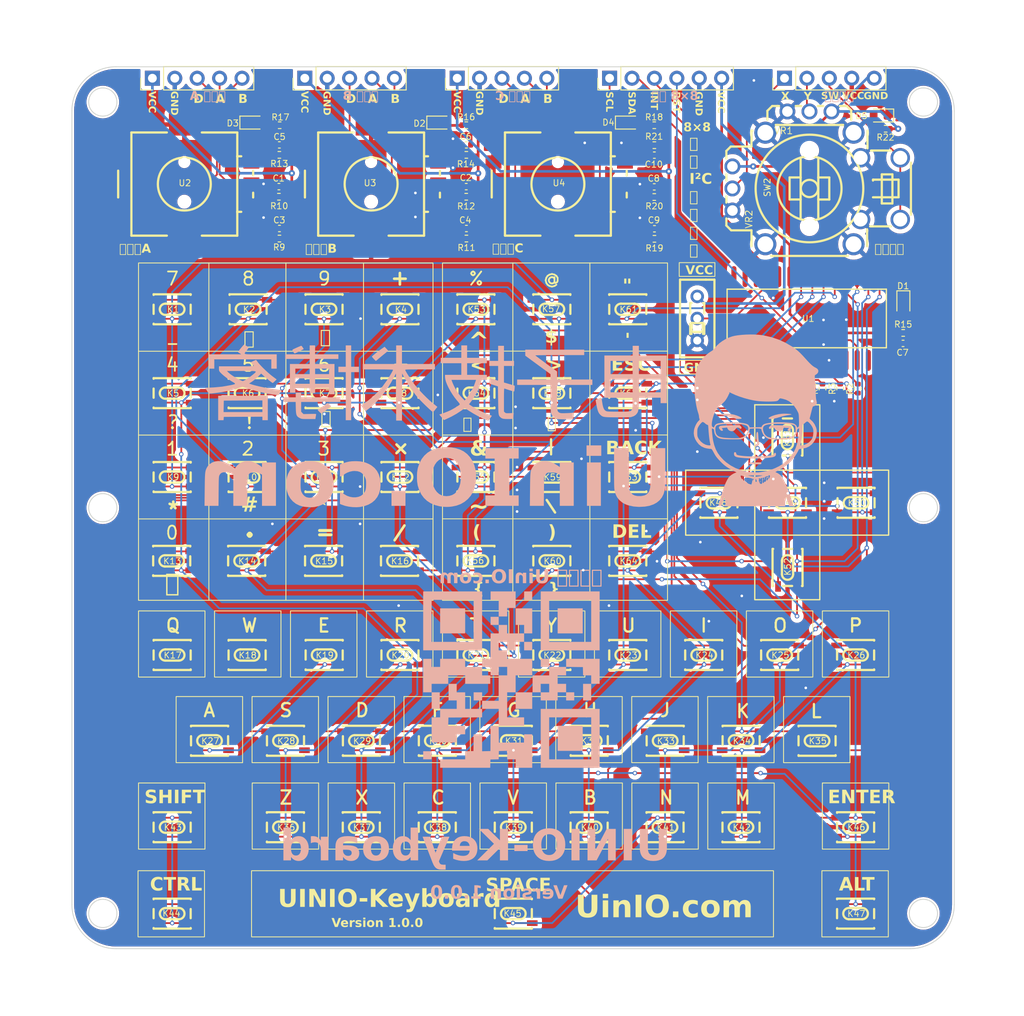
<source format=kicad_pcb>
(kicad_pcb (version 20221018) (generator pcbnew)
  (title_block (title "UINIO-Keyboard") (date "2023-05-23") (rev "Version 1.0.0") (company "电子技术博客 UinIO.com"))
  (layers (0 "F.Cu" signal) (31 "B.Cu" signal) (34 "B.Paste" user) (35 "F.Paste" user) (36 "B.SilkS" user "B.Silkscreen") (37 "F.SilkS" user "F.Silkscreen") (38 "B.Mask" user) (39 "F.Mask" user) (44 "Edge.Cuts" user))
  (net 0 "")
  (net 1 "/EC11-A-1")
  (net 2 "GND")
  (net 3 "/EC11-A-2")
  (net 4 "/LOAD")
  (net 5 "/DOUT")
  (net 6 "/DCLK")
  (net 7 "/DIG0")
  (net 8 "Net-(K1-Pad1)")
  (net 9 "/DIG1")
  (net 10 "Net-(K10-Pad1)")
  (net 11 "/DIG2")
  (net 12 "Net-(K17-Pad1)")
  (net 13 "/DIG3")
  (net 14 "Net-(K25-Pad1)")
  (net 15 "/DIG4")
  (net 16 "Net-(K33-Pad1)")
  (net 17 "/DIG5")
  (net 18 "Net-(K41-Pad1)")
  (net 19 "/DIG6")
  (net 20 "Net-(K49-Pad1)")
  (net 21 "/DIG7")
  (net 22 "Net-(K57-Pad1)")
  (net 23 "/SEG0")
  (net 24 "/SEG1")
  (net 25 "/SEG2")
  (net 26 "/SEG3")
  (net 27 "/SEG4")
  (net 28 "/SEG5")
  (net 29 "/SEG6")
  (net 30 "/SEG7")
  (net 33 "/EC11-B-1")
  (net 34 "/EC11-B-2")
  (net 35 "/EC11-VCC-1")
  (net 36 "/EC11-VCC-2")
  (net 37 "Net-(D1-A)")
  (net 38 "/EC11-A-3")
  (net 39 "/EC11-B-3")
  (net 40 "Net-(D2-A)")
  (net 41 "Net-(D3-A)")
  (net 42 "Net-(D4-A)")
  (net 43 "/Rocker_SW")
  (net 44 "/EC11-VCC-3")
  (net 45 "/Rocker_Y")
  (net 46 "/Rocker_X")
  (net 47 "/Rocker_VCC")
  (net 48 "Net-(D5-A)")
  (net 49 "/VCC")
  (net 50 "/DIN")
  (net 51 "/RST")
  (net 53 "/EC11-D-1")
  (net 54 "/EC11-D-2")
  (net 55 "/EC11-D-3")
  (footprint "Uinio:KEY-SMD_4P-L4.2-W3.4-P2.15-LS4.7" (layer "F.Cu") (at 130.2325 127.225)
    (fp_text reference "K29")
    (fp_text value "A")
  )
  (footprint "Uinio:KEY-SMD_4P-L4.2-W3.4-P2.15-LS4.7" (layer "F.Cu") (at 143.205 78.3)
    (fp_text reference "K53")
    (fp_text value "A")
  )
  (footprint "Uinio:KEY-SMD_4P-L4.2-W3.4-P2.15-LS4.7" (layer "F.Cu") (at 125.9925 97.316666)
    (fp_text reference "K11")
    (fp_text value "A")
  )
  (footprint "Uinio:KEY-SMD_4P-L4.2-W3.4-P2.15-LS4.7" (layer "F.Cu") (at 173.24875 137.025)
    (fp_text reference "K42")
    (fp_text value "A")
  )
  (footprint "Resistor_SMD:R_0402_1005Metric" (layer "F.Cu") (at 120.94 70.28)
    (fp_text reference "R9")
    (fp_text value "10K")
  )
  (footprint "Capacitor_SMD:C_0402_1005Metric" (layer "F.Cu") (at 163.44 69.17)
    (fp_text reference "C9")
    (fp_text value "0.1uF")
  )
  (footprint "Uinio:KEY-SMD_4P-L4.2-W3.4-P2.15-LS4.7" (layer "F.Cu") (at 156.03625 137.025)
    (fp_text reference "K40")
    (fp_text value "A")
  )
  (footprint "Uinio:KEY-SMD_4P-L4.2-W3.4-P2.15-LS4.7" (layer "F.Cu") (at 134.59875 78.3)
    (fp_text reference "K4")
    (fp_text value "A")
  )
  (footprint "Uinio:KEY-SMD_4P-L4.2-W3.4-P2.15-LS4.7" (layer "F.Cu") (at 186.23625 117.5)
    (fp_text reference "K26")
    (fp_text value "A")
  )
  (footprint "Uinio:SW-SMD_EC1106S" (layer "F.Cu") (at 110.311 64.1 90)
    (fp_text reference "U2")
    (fp_text value "EC1106S")
  )
  (footprint "Connector_PinHeader_2.54mm:PinHeader_1x05_P2.54mm_Vertical" (layer "F.Cu") (at 141.085 52.1 90)
    (fp_text reference "J5" hide)
    (fp_text value "Conn_01x05_Pin")
  )
  (footprint "Uinio:KEY-SMD_4P-L4.2-W3.4-P2.15-LS4.7" (layer "F.Cu") (at 151.811012 97.316666)
    (fp_text reference "K59")
    (fp_text value "A")
  )
  (footprint "Resistor_SMD:R_0402_1005Metric" (layer "F.Cu") (at 163.44 70.31)
    (fp_text reference "R19")
    (fp_text value "10K")
  )
  (footprint "Uinio:KEY-SMD_4P-L4.2-W3.4-P2.15-LS4.7" (layer "F.Cu") (at 151.81125 87.808333)
    (fp_text reference "K58")
    (fp_text value "A")
  )
  (footprint "Uinio:SW-SMD_EC1106S" (layer "F.Cu") (at 131.48 64.1 90)
    (fp_text reference "U3")
    (fp_text value "EC1106S")
  )
  (footprint "Uinio:KEY-SMD_4P-L4.2-W3.4-P2.15-LS4.7" (layer "F.Cu") (at 138.83875 127.225)
    (fp_text reference "K30")
    (fp_text value "A")
  )
  (footprint "Capacitor_SMD:C_0402_1005Metric" (layer "F.Cu") (at 120.94 69.14)
    (fp_text reference "C3")
    (fp_text value "0.1uF")
  )
  (footprint "Uinio:KEY-SMD_4P-L4.2-W3.4-P2.15-LS4.7" (layer "F.Cu") (at 108.78 146.825 180)
    (fp_text reference "K44")
    (fp_text value "A")
  )
  (footprint "Uinio:KEY-SMD_4P-L4.2-W3.4-P2.15-LS4.7" (layer "F.Cu") (at 147.445 137.025)
    (fp_text reference "K39")
    (fp_text value "A")
  )
  (footprint "Resistor_SMD:R_0402_1005Metric" (layer "F.Cu") (at 176.465714 87.29 -90)
    (fp_text reference "R6")
    (fp_text value "10K")
  )
  (footprint "Resistor_SMD:R_0402_1005Metric" (layer "F.Cu") (at 142.13 70.28)
    (fp_text reference "R11")
    (fp_text value "10K")
  )
  (footprint "Uinio:KEY-SMD_4P-L4.2-W3.4-P2.15-LS4.7" (layer "F.Cu") (at 108.78 117.5)
    (fp_text reference "K17")
    (fp_text value "A")
  )
  (footprint "Connector_PinHeader_2.54mm:PinHeader_1x05_P2.54mm_Vertical" (layer "F.Cu") (at 123.8125 52.1 90)
    (fp_text reference "J3" hide)
    (fp_text value "Conn_01x05_Pin")
  )
  (footprint "Resistor_SMD:R_0402_1005Metric" (layer "F.Cu") (at 163.43 59.69)
    (fp_text reference "R21")
    (fp_text value "10K")
  )
  (footprint "Capacitor_SMD:C_0402_1005Metric" (layer "F.Cu") (at 142.13 69.14)
    (fp_text reference "C4")
    (fp_text value "0.1uF")
  )
  (footprint "Uinio:KEY-SMD_4P-L4.2-W3.4-P2.15-LS4.7" (layer "F.Cu") (at 108.73 106.825)
    (fp_text reference "K13")
    (fp_text value "A")
  )
  (footprint "Uinio:KEY-SMD_4P-L4.2-W3.4-P2.15-LS4.7" (layer "F.Cu") (at 156.05125 127.225)
    (fp_text reference "K32")
    (fp_text value "A")
  )
  (footprint "Uinio:KEY-SMD_4P-L4.2-W3.4-P2.15-LS4.7" (layer "F.Cu") (at 143.205 97.316666)
    (fp_text reference "K55")
    (fp_text value "A")
  )
  (footprint "Uinio:KEY-SMD_4P-L4.2-W3.4-P2.15-LS4.7" (layer "F.Cu") (at 125.9425 106.825)
    (fp_text reference "K15")
    (fp_text value "A")
  )
  (footprint "Capacitor_SMD:C_0402_1005Metric" (layer "F.Cu") (at 120.88 64.39)
    (fp_text reference "C1")
    (fp_text value "0.01uF")
  )
  (footprint "Uinio:KEY-SMD_4P-L4.2-W3.4-P2.15-LS4.7" (layer "F.Cu") (at 151.81125 117.5)
    (fp_text reference "K22")
    (fp_text value "A")
  )
  (footprint "Uinio:KEY-SMD_4P-L4.2-W3.4-P2.15-LS4.7" (layer "F.Cu") (at 134.59875 97.316666)
    (fp_text reference "K12")
    (fp_text value "A")
  )
  (footprint "Uinio:KEY-SMD_4P-L4.2-W3.4-P2.15-LS4.7" (layer "F.Cu") (at 143.205 106.825 180)
    (fp_text reference "K56")
    (fp_text value "A")
  )
  (footprint "LED_SMD:LED_0603_1608Metric" (layer "F.Cu") (at 189.0675 56.33 180)
    (fp_text reference "D5")
    (fp_text value "LED_Red")
  )
  (footprint "Resistor_SMD:R_0402_1005Metric" (layer "F.Cu") (at 120.9675 57.43)
    (fp_text reference "R17")
    (fp_text value "2K")
  )
  (footprint "Uinio:SW-SMD_EC1106S" (layer "F.Cu") (at 152.649 64.1 90)
    (fp_text reference "U4")
    (fp_text value "EC1106S")
  )
  (footprint "Uinio:SW-TH_RKJXV1224005" (layer "F.Cu") (at 181.789 63.398 90)
    (fp_text reference "SW2")
    (fp_text value "RKJXV1224005")
  )
  (footprint "Uinio:KEY-SMD_4P-L4.2-W3.4-P2.15-LS4.7" (layer "F.Cu") (at 125.9925 87.808333)
    (fp_text reference "K7")
    (fp_text value "A")
  )
  (footprint "Uinio:KEY-SMD_4P-L4.2-W3.4-P2.15-LS4.7" (layer "F.Cu") (at 117.275333 117.5)
    (fp_text reference "K18")
    (fp_text value "A")
  )
  (footprint "Connector_PinHeader_2.54mm:PinHeader_1x05_P2.54mm_Vertical" (layer "F.Cu") (at 106.54 52.1 90)
    (fp_text reference "J2" hide)
    (fp_text value "Conn_01x05_Pin")
  )
  (footprint "Uinio:KEY-SMD_4P-L4.2-W3.4-P2.15-LS4.7" (layer "F.Cu") (at 125.9925 78.3)
    (fp_text reference "K3")
    (fp_text value "A")
  )
  (footprint "Uinio:KEY-SMD_4P-L4.2-W3.4-P2.15-LS4.7" (layer "F.Cu") (at 143.205 87.808333)
    (fp_text reference "K54")
    (fp_text value "A")
  )
  (footprint "Uinio:KEY-SMD_4P-L4.2-W3.4-P2.15-LS4.7" (layer "F.Cu") (at 173.26375 127.225)
    (fp_text reference "K34")
    (fp_text value "A")
  )
  (footprint "Uinio:KEY-SMD_4P-L4.2-W3.4-P2.15-LS4.7" (layer "F.Cu") (at 186.29 100.24)
    (fp_text reference "K50")
    (fp_text value "A")
  )
  (footprint "Uinio:KEY-SMD_4P-L4.2-W3.4-P2.15-LS4.7" (layer "F.Cu") (at 169.02375 117.5)
    (fp_text reference "K24")
    (fp_text value "A")
  )
  (footprint "Uinio:KEY-SMD_4P-L4.2-W3.4-P2.15-LS4.7" (layer "F.Cu") (at 160.4175 106.825)
    (fp_text reference "K64")
    (fp_text value "A")
  )
  (footprint "Resistor_SMD:R_0402_1005Metric" (layer "F.Cu") (at 182.482856 87.29 -90)
    (fp_text reference "R3")
    (fp_text value "10K")
  )
  (footprint "Uinio:KEY-SMD_4P-L4.2-W3.4-P2.15-LS4.7" (layer "F.Cu") (at 134.54875 106.825)
    (fp_text reference "K16")
    (fp_text value "A")
  )
  (footprint "Uinio:KEY-SMD_4P-L4.2-W3.4-P2.15-LS4.7" (layer "F.Cu") (at 178.52 100.24)
    (fp_text reference "K49")
    (fp_text value "A")
  )
  (footprint "Uinio:KEY-SMD_4P-L4.2-W3.4-P2.15-LS4.7" (layer "F.Cu") (at 117.225333 106.825)
    (fp_text reference "K14")
    (fp_text value "A")
  )
  (footprint "Uinio:KEY-SMD_4P-L4.2-W3.4-P2.15-LS4.7" (layer "F.Cu") (at 143.205 117.5)
    (fp_text reference "K21")
    (fp_text value "A")
  )
  (footprint "Uinio:KEY-SMD_4P-L4.2-W3.4-P2.15-LS4.7" (layer "F.Cu") (at 147.445 127.225)
    (fp_text reference "K31")
    (fp_text value "A")
  )
  (footprint "Uinio:KEY-SMD_4P-L4.2-W3.4-P2.15-LS4.7" (layer "F.Cu") (at 126.008666 117.5)
    (fp_text reference "K19")
    (fp_text value "A")
  )
  (footprint "Uinio:KEY-SMD_4P-L4.2-W3.4-P2.15-LS4.7" (layer "F.Cu") (at 108.78 87.808332)
    (fp_text reference "K5")
    (fp_text value "A")
  )
  (footprint "Uinio:KEY-SMD_4P-L4.2-W3.4-P2.15-LS4.7" (layer "F.Cu") (at 151.81125 106.825)
    (fp_text reference "K60")
    (fp_text value "A")
  )
  (footprint "Uinio:KEY-SMD_4P-L4.2-W3.4-P2.15-LS4.7" (layer "F.Cu") (at 164.6575 127.225)
    (fp_text reference "K33")
    (fp_text value "A")
  )
  (footprint "Uinio:KEY-SMD_4P-L4.2-W3.4-P2.15-LS4.7" (layer "F.Cu") (at 108.78 97.316664)
    (fp_text reference "K9")
    (fp_text value "A")
  )
  (footprint "Uinio:KEY-SMD_4P-L4.2-W3.4-P2.15-LS4.7" (layer "F.Cu") (at 186.23625 137.025)
    (fp_text reference "K46")
    (fp_text value "A")
  )
  (footprint "LED_SMD:LED_0603_1608Metric" (layer "F.Cu") (at 160.5025 57.13)
    (fp_text reference "D4")
    (fp_text value "LED_Red")
  )
  (footprint "Uinio:KEY-SMD_4P-L4.2-W3.4-P2.15-LS4.7" (layer "F.Cu") (at 121.62625 127.225)
    (fp_text reference "K28")
    (fp_text value "A")
  )
  (footprint "Uinio:KEY-SMD_4P-L4.2-W3.4-P2.15-LS4.7" (layer "F.Cu") (at 181.87 127.225)
    (fp_text reference "K35")
    (fp_text value "A")
  )
  (footprint "Uinio:SW-TH_SS-12D01-GX" (layer "F.Cu") (at 168.29 79.34 90)
    (fp_text reference "SW1" hide)
    (fp_text value "SWITCH_SS12D00G3")
  )
  (footprint "Uinio:KEY-SMD_4P-L4.2-W3.4-P2.15-LS4.7" (layer "F.Cu") (at 117.275333 97.316666)
    (fp_text reference "K10")
    (fp_text value "A")
  )
  (footprint "Resistor_SMD:R_0402_1005Metric" (layer "F.Cu") (at 120.93 60.79)
    (fp_text reference "R13")
    (fp_text value "10K")
  )
  (footprint "Resistor_SMD:R_0402_1005Metric" (layer "F.Cu") (at 120.88 65.54)
    (fp_text reference "R10")
    (fp_text value "10K")
  )
  (footprint "Capacitor_SMD:C_0402_1005Metric" (layer "F.Cu") (at 191.615 82.16625)
    (fp_text reference "C7")
    (fp_text value "0.1uF")
  )
  (footprint "Connector_PinHeader_2.54mm:PinHeader_1x05_P2.54mm_Vertical" (layer "F.Cu") (at 178.18 52.1 90)
    (fp_text reference "J4" hide)
    (fp_text value "Conn_01x05_Pin")
  )
  (footprint "Uinio:KEY-SMD_4P-L4.2-W3.4-P2.15-LS4.7" (layer "F.Cu") (at 178.51 92.78 -90)
    (fp_text reference "K51")
    (fp_text value "A")
  )
  (footprint "LED_SMD:LED_0603_1608Metric" (layer "F.Cu") (at 191.65 77.68975 -90)
    (fp_text reference "D1")
    (fp_text value "LED_Red")
  )
  (footprint "Resistor_SMD:R_0402_1005Metric" (layer "F.Cu") (at 142.12 57.43)
    (fp_text reference "R16")
    (fp_text value "2K")
  )
  (footprint "Connector_PinHeader_2.54mm:PinHeader_1x06_P2.54mm_Vertical" (layer "F.Cu") (at 158.3575 52.1 90)
    (fp_text reference "J1" hide)
    (fp_text value "Conn_01x06_Pin")
  )
  (footprint "Uinio:KEY-SMD_4P-L4.2-W3.4-P2.15-LS4.7" (layer "F.Cu") (at 134.59875 87.808333)
    (fp_text reference "K8")
    (fp_text value "A")
  )
  (footprint "Uinio:KEY-SMD_4P-L4.2-W3.4-P2.15-LS4.7" (layer "F.Cu") (at 160.4175 97.316666)
    (fp_text reference "K63")
    (fp_text value "A")
  )
  (footprint "Uinio:KEY-SMD_4P-L4.2-W3.4-P2.15-LS4.7" (layer "F.Cu") (at 134.59875 117.5)
    (fp_text reference "K20")
    (fp_text value "A")
  )
  (footprint "Uinio:KEY-SMD_4P-L4.2-W3.4-P2.15-LS4.7" (layer "F.Cu") (at 178.525 107.57 90)
    (fp_text reference "K52")
    (fp_text value "A")
  )
  (footprint "Capacitor_SMD:C_0402_1005Metric" (layer "F.Cu") (at 163.419 64.42)
    (fp_text reference "C8")
    (fp_text value "0.01uF")
  )
  (footprint "Resistor_SMD:R_0402_1005Metric" (layer "F.Cu") (at 142.109 65.54)
    (fp_text reference "R12")
    (fp_text value "10K")
  )
  (footprint "Resistor_SMD:R_0402_1005Metric" (layer "F.Cu") (at 163.42 57.43)
    (fp_text reference "R18")
    (fp_text value "2K")
  )
  (footprint "Uinio:KEY-SMD_4P-L4.2-W3.4-P2.15-LS4.7" (layer "F.Cu") (at 117.275333 87.808333)
    (fp_text reference "K6")
    (fp_text value "A")
  )
  (footprint "Uinio:KEY-SMD_4P-L4.2-W3.4-P2.15-LS4.7" (layer "F.Cu") (at 121.62 137.025)
    (fp_text reference "K36")
    (fp_text value "A")
  )
  (footprint "Uinio:KEY-SMD_4P-L4.2-W3.4-P2.15-LS4.7" (layer "F.Cu") (at 147.445 146.825 180)
    (fp_text reference "K45")
    (fp_text value "A")
  )
  (footprint "Resistor_SMD:R_0402_1005Metric" (layer "F.Cu") (at 142.12 60.79)
    (fp_text reference "R14")
    (fp_text value "10K")
  )
  (footprint "Resistor_SMD:R_0402_1005Metric" (layer "F.Cu") (at 180.477142 87.29 -90)
    (fp_text reference "R4")
    (fp_text value "10K")
  )
  (footprint "Uinio:KEY-SMD_4P-L4.2-W3.4-P2.15-LS4.7" (layer "F.Cu") (at 170.75 100.24 180)
    (fp_text reference "K48")
    (fp_text value "A")
  )
  (footprint "Resistor_SMD:R_0402_1005Metric" (layer "F.Cu") (at 186.494286 87.29 -90)
    (fp_text reference "R1")
    (fp_text value "10K")
  )
  (footprint "Uinio:KEY-SMD_4P-L4.2-W3.4-P2.15-LS4.7" (layer "F.Cu") (at 108.78 78.3)
    (fp_text reference "K1")
    (fp_text value "A")
  )
  (footprint "Uinio:KEY-SMD_4P-L4.2-W3.4-P2.15-LS4.7" (layer "F.Cu") (at 113.02 127.225)
    (fp_text reference "K27")
    (fp_text value "A")
  )
  (footprint "Uinio:KEY-SMD_4P-L4.2-W3.4-P2.15-LS4.7" (layer "F.Cu") (at 186.23625 146.825)
    (fp_text reference "K47")
    (fp_text value "A")
  )
  (footprint "Resistor_SMD:R_0402_1005Metric" (layer "F.Cu") (at 172.454286 87.29 -90)
    (fp_text reference "R8")
    (fp_text value "10K")
  )
  (footprint "Uinio:KEY-SMD_4P-L4.2-W3.4-P2.15-LS4.7" (layer "F.Cu") (at 130.2175 137.025)
    (fp_text reference "K37")
    (fp_text value "A")
  )
  (footprint "Capacitor_SMD:C_0402_1005Metric" (layer "F.Cu") (at 142.109 64.39)
    (fp_text reference "C2")
    (fp_text value "0.01uF")
  )
  (footprint "Resistor_SMD:R_0402_1005Metric" (layer "F.Cu") (at 178.471428 87.29 -90)
    (fp_text reference "R5")
    (fp_text value "10K")
  )
  (footprint "LED_SMD:LED_0603_1608Metric" (layer "F.Cu") (at 117.94 57.13)
    (fp_text reference "D3")
    (fp_text value "LED_Red")
  )
  (footprint "Uinio:KEY-SMD_4P-L4.2-W3.4-P2.15-LS4.7" (layer "F.Cu") (at 117.38625 78.3)
    (fp_text reference "K2")
    (fp_text value "A")
  )
  (footprint "Uinio:KEY-SMD_4P-L4.2-W3.4-P2.15-LS4.7" (layer "F.Cu") (at 164.6425 137.025)
    (fp_text reference "K41")
    (fp_text value "A")
  )
  (footprint "Capacitor_SMD:C_0402_1005Metric" (layer "F.Cu") (at 120.93 59.66)
    (fp_text reference "C5")
    (fp_text value "0.01uF")
  )
  (footprint "Capacitor_SMD:C_0402_1005Metric" (layer "F.Cu") (at 142.12 59.66)
    (fp_text reference "C6")
    (fp_text value "0.01uF")
  )
  (footprint "Uinio:KEY-SMD_4P-L4.2-W3.4-P2.15-LS4.7" (layer "F.Cu") (at 160.4175 117.5)
    (fp_text reference "K23")
    (fp_text value "A")
  )
  (footprint "Uinio:KEY-SMD_4P-L4.2-W3.4-P2.15-LS4.7" (layer "F.Cu") (at 160.4175 87.808333)
    (fp_text reference "K62")
    (fp_text value "A")
  )
  (footprint "Uinio:SOIC-28_L17.9-W7.5-P1.27-LS10.3-BL" (layer "F.Cu") (at 180.7 79.34)
    (fp_text reference "U1")
    (fp_text value "CH452A")
  )
  (footprint "Resistor_SMD:R_0402_1005Metric" (layer "F.Cu") (at 174.46 87.29 -90)
    (fp_text reference "R7")
    (fp_text value "10K")
  )
  (footprint "Uinio:KEY-SMD_4P-L4.2-W3.4-P2.15-LS4.7" (layer "F.Cu") (at 151.81125 78.3 180)
    (fp_text reference "K57")
    (fp_text value "A")
  )
  (footprint "Capacitor_SMD:C_0402_1005Metric" (layer "F.Cu") (at 163.43 60.82)
    (fp_text reference "C10")
    (fp_text value "0.01uF")
  )
  (footprint "Resistor_SMD:R_0402_1005Metric" (layer "F.Cu") (at 184.48857 87.29 -90)
    (fp_text reference "R2")
    (fp_text value "10K")
  )
  (footprint "Uinio:KEY-SMD_4P-L4.2-W3.4-P2.15-LS4.7" (layer "F.Cu") (at 160.4175 78.3)
    (fp_text reference "K61")
    (fp_text value "A")
  )
  (footprint "Uinio:KEY-SMD_4P-L4.2-W3.4-P2.15-LS4.7" (layer "F.Cu") (at 138.82375 137.025)
    (fp_text reference "K38")
    (fp_text value "A")
  )
  (footprint "Resistor_SMD:R_0402_1005Metric" (layer "F.Cu") (at 189.645 57.83)
    (fp_text reference "R22")
    (fp_text value "2K")
  )
  (footprint "Uinio:KEY-SMD_4P-L4.2-W3.4-P2.15-LS4.7" (layer "F.Cu") (at 177.63 117.5)
    (fp_text reference "K25")
    (fp_text value "A")
  )
  (footprint "Resistor_SMD:R_0402_1005Metric" (layer "F.Cu") (at 191.63 80.98 180)
    (fp_text reference "R15")
    (fp_text value "2K")
  )
  (footprint "Uinio:KEY-SMD_4P-L4.2-W3.4-P2.15-LS4.7" (layer "F.Cu") (at 108.78 137.025)
    (fp_text reference "K43")
    (fp_text value "A")
  )
  (footprint "Resistor_SMD:R_0402_1005Metric" (layer "F.Cu") (at 163.419 65.57)
    (fp_text reference "R20")
    (fp_text value "10K")
  )
  (footprint "LED_SMD:LED_0603_1608Metric" (layer "F.Cu") (at 139.1275 57.13)
    (fp_text reference "D2")
    (fp_text value "LED_Red")
  )
  (footprint "LOGO" (layer "B.Cu") (at 147.23 120.29 180)
    (fp_text reference "")
    (fp_text value "LOGO" hide)
  )
  (footprint "LOGO" (layer "B.Cu") (at 147.131058 91.095342 180)
    (fp_text reference "")
    (fp_text value "LOGO" hide)
  )
  (gr_rect (start 178.074494 122.21) (end 185.604494 129.71) (stroke (width 0.1)) (fill none) (layer "F.SilkS"))
  (gr_rect (start 109.234494 122.21) (end 116.764494 129.71) (stroke (width 0.1)) (fill none) (layer "F.SilkS"))
  (gr_rect (start 130.80347 112.5) (end 138.33347 120) (stroke (width 0.1)) (fill none) (layer "F.SilkS"))
  (gr_rect (start 104.915209 141.96) (end 112.445209 149.46) (stroke (width 0.1)) (fill none) (layer "F.SilkS"))
  (gr_rect (start 139.414557 112.5) (end 146.944557 120) (stroke (width 0.1)) (fill none) (layer "F.SilkS"))
  (gr_line (start 139.419791 83.044166) (end 164.92 83.044166) (stroke (width 0.1)) (layer "F.SilkS"))
  (gr_rect (start 122.192383 112.5) (end 129.722383 120) (stroke (width 0.1)) (fill none) (layer "F.SilkS"))
  (gr_rect (start 148.025644 112.5) (end 155.555644 120) (stroke (width 0.1)) (fill none) (layer "F.SilkS"))
  (gr_rect (start 135.064582 132.01) (end 142.594582 139.51) (stroke (width 0.1)) (fill none) (layer "F.SilkS"))
  (gr_rect (start 104.970209 73.05) (end 138.345209 111.3) (stroke (width 0.1)) (fill none) (layer "F.SilkS"))
  (gr_rect (start 182.47 112.5) (end 190 120) (stroke (width 0.1)) (fill none) (layer "F.SilkS"))
  (gr_line (start 104.97 83.054166) (end 138.34 83.054166) (stroke (width 0.1)) (layer "F.SilkS"))
  (gr_line (start 121.67 73.05) (end 121.67 111.3) (stroke (width 0.1)) (layer "F.SilkS"))
  (gr_rect (start 182.415 141.96) (end 189.945 149.46) (stroke (width 0.1)) (fill none) (layer "F.SilkS"))
  (gr_rect (start 174.81 89.13) (end 182.18 111.23) (stroke (width 0.15)) (fill none) (layer "F.SilkS"))
  (gr_rect (start 160.878955 132.01) (end 168.408955 139.51) (stroke (width 0.1)) (fill none) (layer "F.SilkS"))
  (gr_rect (start 117.855 132.01) (end 125.385 139.51) (stroke (width 0.1)) (fill none) (layer "F.SilkS"))
  (gr_rect (start 143.654494 122.21) (end 151.184494 129.71) (stroke (width 0.1)) (fill none) (layer "F.SilkS"))
  (gr_rect (start 169.48375 132.01) (end 177.01375 139.51) (stroke (width 0.1)) (fill none) (layer "F.SilkS"))
  (gr_line (start 104.97 102.07083) (end 138.34 102.07083) (stroke (width 0.1)) (layer "F.SilkS"))
  (gr_rect (start 165.247818 112.5) (end 172.777818 120) (stroke (width 0.1)) (fill none) (layer "F.SilkS"))
  (gr_rect (start 126.444494 122.21) (end 133.974494 129.71) (stroke (width 0.1)) (fill none) (layer "F.SilkS"))
  (gr_rect (start 139.42 73.05) (end 164.925 111.3) (stroke (width 0.1)) (fill none) (layer "F.SilkS"))
  (gr_line (start 130.47 73.05) (end 130.47 111.3) (stroke (width 0.1)) (layer "F.SilkS"))
  (gr_rect (start 166.25 73.01) (end 170.29 74.57) (stroke (width 0.1)) (fill none) (layer "F.SilkS"))
  (gr_rect (start 104.970209 112.5) (end 112.500209 120) (stroke (width 0.1)) (fill none) (layer "F.SilkS"))
  (gr_rect (start 126.459791 132.01) (end 133.989791 139.51) (stroke (width 0.1)) (fill none) (layer "F.SilkS"))
  (gr_rect (start 152.259494 122.21) (end 159.789494 129.71) (stroke (width 0.1)) (fill none) (layer "F.SilkS"))
  (gr_rect (start 143.669373 132.01) (end 151.199373 139.51) (stroke (width 0.1)) (fill none) (layer "F.SilkS"))
  (gr_rect (start 169.469494 122.21) (end 176.999494 129.71) (stroke (width 0.1)) (fill none) (layer "F.SilkS"))
  (gr_rect (start 160.864494 122.21) (end 168.394494 129.71) (stroke (width 0.1)) (fill none) (layer "F.SilkS"))
  (gr_line (start 112.94 73.05) (end 112.94 111.3) (stroke (width 0.1)) (layer "F.SilkS"))
  (gr_rect (start 152.274164 132.01) (end 159.804164 139.51) (stroke (width 0.1)) (fill none) (layer "F.SilkS"))
  (gr_rect (start 166.98 96.54) (end 189.98 103.91) (stroke (width 0.15)) (fill none) (layer "F.SilkS"))
  (gr_rect (start 113.581296 112.5) (end 121.111296 120) (stroke (width 0.1)) (fill none) (layer "F.SilkS"))
  (gr_rect (start 173.858905 112.5) (end 181.388905 120) (stroke (width 0.1)) (fill none) (layer "F.SilkS"))
  (gr_rect (start 156.636731 112.5) (end 164.166731 120) (stroke (width 0.1)) (fill none) (layer "F.SilkS"))
  (gr_line (start 147.389791 73.04) (end 147.389791 111.29) (stroke (width 0.1)) (layer "F.SilkS"))
  (gr_line (start 139.419791 92.552498) (end 164.92 92.552498) (stroke (width 0.1)) (layer "F.SilkS"))
  (gr_rect (start 104.970209 132.01) (end 112.500209 139.51) (stroke (width 0.1)) (fill none) (layer "F.SilkS"))
  (gr_rect (start 117.78 141.96) (end 176.93 149.46) (stroke (width 0.1)) (fill none) (layer "F.SilkS"))
  (gr_rect (start 117.839494 122.21) (end 125.369494 129.71) (stroke (width 0.1)) (fill none) (layer "F.SilkS"))
  (gr_rect (start 166.27 84.08) (end 170.31 85.64) (stroke (width 0.1)) (fill none) (layer "F.SilkS"))
  (gr_line (start 156.119791 73.04) (end 156.119791 111.29) (stroke (width 0.1)) (layer "F.SilkS"))
  (gr_rect (start 182.47 132.01) (end 190 139.51) (stroke (width 0.1)) (fill none) (layer "F.SilkS"))
  (gr_rect (start 135.049494 122.21) (end 142.579494 129.71) (stroke (width 0.1)) (fill none) (layer "F.SilkS"))
  (gr_line (start 104.97 92.562498) (end 138.34 92.562498) (stroke (width 0.1)) (layer "F.SilkS"))
  (gr_line (start 139.419791 102.06083) (end 164.92 102.06083) (stroke (width 0.1)) (layer "F.SilkS"))
  (gr_circle (center 100.92 100.8) (end 102.52 100.8) (stroke (width 0.1)) (fill none) (layer "Edge.Cuts"))
  (gr_arc (start 192.42 50.8) (mid 195.955534 52.264466) (end 197.42 55.8) (stroke (width 0.1)) (layer "Edge.Cuts"))
  (gr_line (start 102.42 50.8) (end 192.42 50.8) (stroke (width 0.1)) (layer "Edge.Cuts"))
  (gr_line (start 97.42 145.8) (end 97.42 55.8) (stroke (width 0.1)) (layer "Edge.Cuts"))
  (gr_arc (start 102.42 150.8) (mid 98.884466 149.335534) (end 97.42 145.8) (stroke (width 0.1)) (layer "Edge.Cuts"))
  (gr_circle (center 193.92 54.8) (end 195.52 54.8) (stroke (width 0.1)) (fill none) (layer "Edge.Cuts"))
  (gr_circle (center 193.92 146.8) (end 195.52 146.8) (stroke (width 0.1)) (fill none) (layer "Edge.Cuts"))
  (gr_arc (start 97.42 55.8) (mid 98.884466 52.264466) (end 102.42 50.8) (stroke (width 0.1)) (layer "Edge.Cuts"))
  (gr_circle (center 100.92 146.8) (end 102.52 146.8) (stroke (width 0.1)) (fill none) (layer "Edge.Cuts"))
  (gr_circle (center 100.92 54.8) (end 102.52 54.8) (stroke (width 0.1)) (fill none) (layer "Edge.Cuts"))
  (gr_arc (start 197.42 145.8) (mid 195.955534 149.335534) (end 192.42 150.8) (stroke (width 0.1)) (layer "Edge.Cuts"))
  (gr_line (start 197.42 55.8) (end 197.42 145.8) (stroke (width 0.1)) (layer "Edge.Cuts"))
  (gr_line (start 192.42 150.8) (end 102.42 150.8) (stroke (width 0.1)) (layer "Edge.Cuts"))
  (gr_circle (center 193.92 100.8) (end 195.52 100.8) (stroke (width 0.1)) (fill none) (layer "Edge.Cuts"))
  (gr_text "8×8 键盘" (at 168.407486 54.73) (layer "B.SilkS") (effects (font (size 1 1) (thickness 0.2) bold) (justify left bottom mirror)))
  (gr_text "编码器 A" (at 114.863625 54.73) (layer "B.SilkS") (effects (font (size 1 1) (thickness 0.2) bold) (justify left bottom mirror)))
  (gr_text "编码器 B" (at 132.169538 54.73) (layer "B.SilkS") (effects (font (size 1 1) (thickness 0.2) bold) (justify left bottom mirror)))
  (gr_text "扫描访问 UinIO.com" (at 157.55 109.62) (layer "B.SilkS") (effects (font (size 1.55 1.55) (thickness 0.3) bold) (justify left bottom mirror)))
  (gr_text "编码器 C" (at 149.422107 54.73) (layer "B.SilkS") (effects (font (size 1 1) (thickness 0.2) bold) (justify left bottom mirror)))
  (gr_text "碳膜摇杆" (at 186.055 54.73) (layer "B.SilkS") (effects (font (size 1 1) (thickness 0.2) bold) (justify left bottom mirror)))
  (gr_text "UINIO-Keyboard" (at 165.303238 141.38) (layer "B.SilkS") (effects (font (size 3.5 3.5) (thickness 0.4) bold) (justify left bottom mirror)))
  (gr_text "Version 1.0.0" (at 153.595946 145.39) (layer "B.SilkS") (effects (font (size 1.5 1.5) (thickness 0.25)) (justify left bottom mirror)))
  (gr_text "P" (at 185.32375 115.04) (layer "F.SilkS") (effects (font (size 1.5 1.5) (thickness 0.25) bold) (justify left bottom)))
  (gr_text "#" (at 116.561998 101.53) (layer "F.SilkS") (effects (font (size 1.7 1.7) (thickness 0.3) bold) (justify left bottom)))
  (gr_text "Version 1.0.0" (at 126.84 148.51) (layer "F.SilkS") (effects (font (size 1 1) (thickness 0.25)) (justify left bottom)))
  (gr_text "D" (at 111.19 55.07) (layer "F.SilkS") (effects (font (size 1 1) (thickness 0.18) bold) (justify left bottom)))
  (gr_text "B" (at 155.224879 134.55) (layer "F.SilkS") (effects (font (size 1.5 1.5) (thickness 0.25) bold) (justify left bottom)))
  (gr_text "编码器B" (at 123.866 72.056) (layer "F.SilkS") (effects (font (size 1 1) (thickness 0.2) bold) (justify left bottom)))
  (gr_text "×" (at 133.445179 94.99) (layer "F.SilkS") (effects (font (size 1.7 1.7) (thickness 0.3) bold) (justify left bottom)))
  (gr_text "V" (at 146.620088 134.55) (layer "F.SilkS") (effects (font (size 1.5 1.5) (thickness 0.25) bold) (justify left bottom)))
  (gr_text "A" (at 113.7 55.07) (layer "F.SilkS") (effects (font (size 1 1) (thickness 0.18) bold) (justify left bottom)))
  (gr_text "VCC" (at 170.49 53.59 270) (layer "F.SilkS") (effects (font (size 0.8 0.8) (thickness 0.18) bold) (justify left bottom)))
  (gr_text "。" (at 125.59 91.56) (layer "F.SilkS") (effects (font (size 1.5 1.5) (thickness 0.375) bold) (justify left bottom)))
  (gr_text "E" (at 125.130506 115.04) (layer "F.SilkS") (effects (font (size 1.5 1.5) (thickness 0.25) bold) (justify left bottom)))
  (gr_text "3" (at 125.1225 94.99) (layer "F.SilkS") (effects (font (size 1.5 1.5) (thickness 0.2)) (justify left bottom)))
  (gr_text "？" (at 107.9 92.06) (layer "F.SilkS") (effects (font (size 1.5 1.5) (thickness 0.2)) (justify left bottom)))
  (gr_text "ALT" (at 184.348009 144.46) (layer "F.SilkS") (effects (font (size 1.5 1.5) (thickness 0.2) bold) (justify left bottom)))
  (gr_text "B" (at 150.82 55.07) (layer "F.SilkS") (effects (font (size 1 1) (thickness 0.18) bold) (justify left bottom)))
  (gr_text "4" (at 107.9575 85.48) (layer "F.SilkS") (effects (font (size 1.5 1.5) (thickness 0.2)) (justify left bottom)))
  (gr_text "编码器A" (at 102.784 72.056) (layer "F.SilkS") (effects (font (size 1 1) (thickness 0.2) bold) (justify left bottom)))
  (gr_text "7" (at 107.965715 75.707146) (layer "F.SilkS") (effects (font (size 1.5 1.5) (thickness 0.2)) (justify left bottom)))
  (gr_text "'" (at 160.076782 82.75) (layer "F.SilkS") (effects (font (size 1.5 1.5) (thickness 0.325) bold) (justify left bottom)))
  (gr_text "\\" (at 151.157979 101.28) (layer "F.SilkS") (effects (font (size 1.1 1.1) (thickness 0.275) bold) (justify left bottom)))
  (gr_text "Y" (at 180.36 54.706685) (layer "F.SilkS") (effects (font (size 0.9 0.9) (thickness 0.18) bold) (justify left bottom)))
  (gr_text ">" (at 151.04506 85.69711) (layer "F.SilkS") (effects (font (size 1.7 1.7) (thickness 0.3) bold) (justify left bottom)))
  (gr_text "{" (at 142.861449 110.8) (layer "F.SilkS") (effects (font (size 1.3 1.3) (thickness 0.3) bold) (justify left bottom)))
  (gr_text "U" (at 159.549674 115.04) (layer "F.SilkS") (effects (font (size 1.5 1.5) (thickness 0.25) bold) (justify left bottom)))
  (gr_text "Y" (at 150.944879 115.04) (layer "F.SilkS") (effects (font (size 1.5 1.5) (thickness 0.25) bold) (justify left bottom)))
  (gr_text "》" (at 151.26 92.02) (layer "F.SilkS") (effects (font (size 1.3 1.3) (thickness 0.325) bold) (justify left bottom)))
  (gr_text "M" (at 172.434465 134.55) (layer "F.SilkS") (effects (font (size 1.5 1.5) (thickness 0.25) bold) (justify left bottom)))
  (gr_text "B" (at 133.53 55.07) (layer "F.SilkS") (effects (font (size 1 1) (thickness 0.18) bold) (justify left bottom)))
  (gr_text "SPACE" (at 144.297931 144.54) (layer "F.SilkS") (effects (font (size 1.5 1.5) (thickness 0.2) bold) (justify left bottom)))
  (gr_text "VCC" (at 106 53.55 270) (layer "F.SilkS") (effects (font (size 0.8 0.8) (thickness 0.18) bold) (justify left bottom)))
  (gr_text "H" (at 155.209164 124.64) (layer "F.SilkS") (effects (font (size 1.5 1.5) (thickness 0.25) bold) (justify left bottom)))
  (gr_text "X" (at 129.410506 134.55) (layer "F.SilkS") (effects (font (size 1.5 1.5) (thickness 0.25) bold) (justify left bottom)))
  (gr_text "UINIO-Keyboard" (at 120.756399 146.4) (layer "F.SilkS") (effects (font (size 2 2) (thickness 0.4) bold) (justify left bottom)))
  (gr_text "《" (at 141.7 92.09) (layer "F.SilkS") (effects (font (size 1.3 1.3) (thickness 0.325) bold) (justify left bottom)))
  (gr_text "VCC" (at 123.28 53.55 270) (layer "F.SilkS") (effects (font (size 0.8 0.8) (thickness 0.18) bold) (justify left bottom)))
  (gr_text "@" (at 150.69411 75.707146) (layer "F.SilkS") (effects (font (size 1.5 1.5) (thickness 0.2)) (justify left bottom)))
  (gr_text "ESC" (at 158.529259 85.51) (layer "F.SilkS") (effects (font (size 1.5 1.5) (thickness 0.25) bold) (justify left bottom)))
  (gr_text "-" (at 133.445179 85.48) (layer "F.SilkS") (effects (font (size 1.7 1.7) (thickness 0.3) bold) (justify left bottom)))
  (gr_text "%" (at 142.247857 75.707146) (layer "F.SilkS") (effects (font (size 1.5 1.5) (thickness 0.2)) (justify left bottom)))
  (gr_text "；" (at 125.52 82.37) (layer "F.SilkS") (effects (font (size 1.5 1.5) (thickness 0.2)) (justify left bottom)))
  (gr_text "ENTER" (at 183.089181 134.56) (layer "F.SilkS") (effects (font (size 1.5 1.5) (thickness 0.2) bold) (justify left bottom)))
  (gr_text "INT" (at 162.894 53.6 270) (layer "F.SilkS") (effects (font (size 0.8 0.8) (thickness 0.18) bold) (justify left bottom)))
  (gr_text "`" (at 125.52 102.03) (layer "F.SilkS") (effects (font (size 1.5 1.5) (thickness 0.325) bold) (justify left bottom)))
  (gr_text "5" (at 116.56375 85.48) (layer "F.SilkS") (effects (font (size 1.5 1.5) (thickness 0.2)) (justify left bottom)))
  (gr_text "B" (at 116.27 55.07) (layer "F.SilkS") (effects (font (size 1 1) (thickness 0.18) bold) (justify left bottom)))
  (gr_text "&" (at 142.491665 95.17711) (layer "F.SilkS") (effects (font (size 1.7 1.7) (thickness 0.3) bold) (justify left bottom)))
  (gr_text "6" (at 125.17 85.48) (layer "F.SilkS") (effects (font (size 1.5 1.5) (thickness 0.2)) (justify left bottom)))
  (gr_text "(" (at 142.808594 104.52) (layer "F.SilkS") (effects (font (size 1.5 1.5) (thickness 0.3) bold) (justify left bottom)))
  (gr_text "O" (at 176.735715 115.04) (layer "F.SilkS") (effects (font (size 1.5 1.5) (thickness 0.25) bold) (justify left bottom)))
  (gr_text "D" (at 145.76 55.07) (layer "F.SilkS") (effects (font (size 1 1) (thickness 0.18) bold) (justify left bottom)))
  (gr_text "*" (at 108.06 102.04) (layer "F.SilkS") (effects (font (size 1.7 1.7) (thickness 0.3) bold) (justify left bottom)))
  (gr_text "SHIFT" (at 105.632931 134.56) (layer "F.SilkS") (effects (font (size 1.5 1.5) (thickness 0.2) bold) (justify left bottom)))
  (gr_text "D" (at 128.47 55.07) (layer "F.SilkS") (effects (font (size 1 1) (thickness 0.18) bold) (justify left bottom)))
  (gr_text "X" (at 177.78 54.706685) (layer "F.SilkS") (effects (font (size 0.9 0.9) (thickness 0.18) bold) (justify left bottom)))
  (gr_text "/" (at 133.672798 104.35) (layer "F.SilkS") (effects (font (size 1.3 1.3) (thickness 0.3) bold) (justify left bottom)))
  (gr_text "1" (at 107.965715 94.99) (layer "F.SilkS") (effects (font (size 1.5 1.5) (thickness 0.2)) (justify left bottom)))
  (gr_text "<" (at 142.491665 85.69711) (layer "F.SilkS") (effects (font (size 1.7 1.7) (thickness 0.3) bold) (justify left bottom)))
  (gr_text "SCL" (at 157.83 53.6 270) (layer "F.SilkS") (effects (font (size 0.8 0.8) (thickness 0.18) bold) (justify left bottom)))
  (gr_text ")\n" (at 151.361989 104.52) (layer "F.SilkS") (effects (font (size 1.5 1.5) (thickness 0.3) bold) (justify left bottom)))
  (gr_text "R" (at 133.735297 115.04) (layer "F.SilkS") (effects (font (size 1.5 1.5) (thickness 0.25) bold) (justify left bottom)))
  (gr_text "！" (at 116.61 92.06) (layer "F.SilkS") (effects (font (size 1.5 1.5) (thickness 0.2)) (justify left bottom)))
  (gr_text "GND" (at 167.958 53.6 270) (layer "F.SilkS") (effects (font (size 0.8 0.8) (thickness 0.18) bold) (justify left bottom)))
  (gr_text "碳膜摇杆" (at 188.382 72.056) (layer "F.SilkS") (effects (font (size 1 1) (thickness 0.2) bold) (justify left bottom)))
  (gr_text "." (at 116.76 104.23) (layer "F.SilkS") (effects (font (size 2 2) (thickness 0.5) bold) (justify left bottom)))
  (gr_text "9" (at 125.178215 75.707146) (layer "F.SilkS") (effects (font (size 1.5 1.5) (thickness 0.2)) (justify left bottom)))
  (gr_text "DEL" (at 158.61 104.47) (layer "F.SilkS") (effects (font (size 1.5 1.5) (thickness 0.25) bold) (justify left bottom)))
  (gr_text "F" (at 138.033393 124.64) (layer "F.SilkS") (effects (font (size 1.5 1.5) (thickness 0.25) bold) (justify left bottom)))
  (gr_text "2" (at 116.51625 94.99) (layer "F.SilkS") (effects (font (size 1.5 1.5) (thickness 0.2)) (justify left bottom)))
  (gr_text "Q" (at 107.920924 115.04) (layer "F.SilkS") (effects (font (size 1.5 1.5) (thickness 0.25) bold) (justify left bottom)))
  (gr_text "K" (at 172.545209 124.75) (layer "F.SilkS") (effects (font (size 1.5 1.5) (thickness 0.25) bold) (justify left bottom)))
  (gr_text "VCC" (at 184.71 54.6) (layer "F.SilkS") (effects (font (size 0.8 0.8) (thickness 0.16) bold) (justify left bottom)))
  (gr_text "，" (at 107.96 110.59) (layer "F.SilkS") (effects (font (size 2 2) (thickness 0.3) bold) (justify left bottom)))
  (gr_text "A" (at 148.249082 55.07) (layer "F.SilkS") (effects (font (size 1 1) (thickness 0.18) bold) (justify left bottom)))
  (gr_text "0" (at 107.915715 104.52) (layer "F.SilkS") (effects (font (size 1.5 1.5) (thickness 0.2)) (justify left bottom)))
  (gr_text "GND" (at 166.76446 85.56) (layer "F.SilkS") (effects (font (size 1 1) (thickness 0.25) bold) (justify left bottom)))
  (gr_text "=" (at 124.86 104.5) (layer "F.SilkS") (effects (font (size 1.7 1.7) (thickness 0.34) bold) (justify left bottom)))
  (gr_text "VCC" (at 140.57 53.55 270) (layer "F.SilkS") (effects (font (size 0.8 0.8) (thickness 0.18) bold) (justify left bottom)))
  (gr_text "：" (at 116.87 82.53) (layer "F.SilkS") (effects (font (size 1.5 1.5) (thickness 0.2)) (justify left bottom)))
  (gr_text "+" (at 133.341369 75.707146) (layer "F.SilkS") (effects (font (size 1.7 1.7) (thickness 0.3) bold) (justify left bottom)))
  (gr_text "_" (at 108.3 82.1) (layer "F.SilkS") (effects (font (size 1.5 1.5) (thickness 0.325) bold) (justify left bottom)))
  (gr_text "GND" (at 143.09 53.54 270) (layer "F.SilkS") (effects (font (size 0.8 0.8) (thickness 0.18) bold) (justify left bottom)))
  (gr_text "T" (at 142.340088 115.04) (layer "F.SilkS") (effects (font (size 1.5 1.5) (thickness 0.25) bold) (justify left bottom)))
  (gr_text "$" (at 151.019348 82.358905) (layer "F.SilkS") (effects (font (size 1.5 1.5) (thickness 0.2)) (justify left bottom)))
  (gr_text "8" (at 116.571965 75.707146) (layer "F.SilkS") (effects (font (size 1.5 1.5) (thickness 0.2)) (justify left bottom)))
  (gr_text "GND" (at 187.15 54.61) (layer "F.SilkS") (effects (font (size 0.8 0.8) (thickness 0.16) bold) (justify left bottom)))
  (gr_text "D" (at 129.394791 124.64) (layer "F.SilkS") (effects (font (size 1.5 1.5) (thickness 0.25) bold) (justify left bottom)))
  (gr_text "Z" (at 120.805715 134.55) (layer "F.SilkS") (effects (font (size 1.5 1.5) (thickness 0.25) bold) (justify left bottom)))
  (gr_text "A" (at 130.959082 55.07) (layer "F.SilkS") (effects (font (size 1 1) (thickness 0.18) bold) (justify left bottom)))
  (gr_text "~" (at 142.35 101.9) (layer "F.SilkS") (effects (font (size 2 2) (thickness 0.4) bold) (justify left bottom)))
  (gr_text "C" (at 138.015297 134.55) (layer "F.SilkS") (effects (font (size 1.5 1.5) (thickness 0.25) bold) (justify left bottom)))
  (gr_text "S" (at 120.79 124.64) (layer "F.SilkS") (effects (font (size 1.5 1.5) (thickness 0.25) bold) (justify left bottom)))
  (gr_text "|" (at 150.981967 94.511679) (layer "F.SilkS") (effects (font (size 1.2 1.2) (thickness 0.26) bold) (justify left bottom)))
  (gr_text "W" (at 116.525715 115.04) (layer "F.SilkS") (effects (font (size 1.5 1.5) (thickness 0.25) bold) (justify left bottom)))
  (gr_text "GND" (at 108.52 53.54 270) (layer "F.SilkS") (effects (font (size 0.8 0.8) (thickness 0.18) bold) (justify left bottom)))
  (gr_text "N" (at 163.82967 134.55) (layer "F.SilkS") (effects (font (size 1.5 1.5) (thickness 0.25) bold) (justify left bottom)))
  (gr_text "A" (at 112.185209 124.64) (layer "F.SilkS") (effects (font (size 1.5 1.5) (thickness 0.25) bold) (justify left bottom)))
  (gr_text "L" (at 180.993215 124.75) (layer "F.SilkS") (effects (font (size 1.5 1.5) (thickness 0.25) bold) (justify left bottom)))
  (gr_text "BACK" (at 157.899845 94.99) (layer "F.SilkS") (effects (font (size 1.5 1.5) (thickness 0.25) bold) (justify left bottom)))
  (gr_text "G" (at 146.604373 124.64) (layer "F.SilkS") (effects (font (size 1.5 1.5) (thickness 0.25) bold) (justify left bottom)))
  (gr_text "8×8" (at 166.72 58.29) (layer "F.SilkS") (effects (font (size 1 1) (thickness 0.2) bold) (justify left bottom)))
  (gr_text "CTRL" (at 106.262345 144.46) (layer "F.SilkS") (effects (font (size 1.5 1.5) (thickness 0.2) bold) (justify left bottom)))
  (gr_text "编码器C" (at 145.05 72.02) (layer "F.SilkS") (effects (font (size 1 1) (thickness 0.2) bold) (justify left bottom)))
  (gr_text "GND" (at 125.8 53.54 270) (layer "F.SilkS") (effects (font (size 0.8 0.8) (thickness 0.18) bold) (justify left bottom)))
  (gr_text "VCC" (at 166.96 74.5) (layer "F.SilkS") (effects (font (size 1 1) (thickness 0.25) bold) (justify left bottom)))
  (gr_text "SDA" (at 160.362 53.6 270) (layer "F.SilkS") (effects (font (size 0.8 0.8) (thickness 0.18) bold) (justify left bottom)))
  (gr_text "}" (at 151.414844 110.8) (layer "F.SilkS") (effects (font (size 1.3 1.3) (thickness 0.3) bold) (justify left bottom)))
  (gr_text "J" (at 163.923572 124.64) (layer "F.SilkS") (effects (font (size 1.5 1.5) (thickness 0.25) bold) (justify left bottom)))
  (gr_text "UinIO.com" (at 154.45 147.66) (layer "F.SilkS") (effects (font (size 2.5 2.5) (thickness 0.4) bold) (justify left bottom)))
  (gr_text "SW" (at 182.32 54.6) (layer "F.SilkS") (effects (font (size 0.8 0.8) (thickness 0.18) bold) (justify left bottom)))
  (gr_text "{dblquote}" (at 159.813732 76.6) (layer "F.SilkS") (effects (font (size 1.5 1.5) (thickness 0.325) bold) (justify left bottom)))
  (gr_text "I" (at 168.504107 115.04) (layer "F.SilkS") (effects (font (size 1.5 1.5) (thickness 0.25) bold) (justify left bottom)))
  (gr_text "键\n盘\nI²C\n地\n址\n选\n择" (at 167.39 72.34) (layer "F.SilkS") (effects (font (size 1.2 1.2) (thickness 0.2) bold) (justify left bottom)))
  (gr_text "^" (at 142.35 83.22) (layer "F.SilkS") (effects (font (size 2 2) (thickness 0.4) bold) (justify left bottom)))
  (gr_text "RST" (at 165.426 53.6 270) (layer "F.SilkS") (effects (font (size 0.8 0.8) (thickness 0.18) bold) (justify left bottom)))
  (segment (start 119.31 66.6) (end 120.37 65.54) (width 0.2) (layer "F.Cu") (net 1))
  (segment (start 114.16 62.999) (end 117.761 66.6) (width 0.2) (layer "F.Cu") (net 1))
  (segment (start 117.761 66.6) (end 119.31 66.6) (width 0.2) (layer "F.Cu") (net 1))
  (segment (start 114.16 52.1) (end 114.16 62.999) (width 0.2) (layer "F.Cu") (net 1))
  (segment (start 120.4 64.39) (end 120.4 65.51) (width 0.2) (layer "F.Cu") (net 1))
  (segment (start 186.7 54.96) (end 188.485 54.96) (width 0.3) (layer "F.Cu") (net 2))
  (segment (start 163.91 60.82) (end 163.91 64.409) (width 0.2) (layer "F.Cu") (net 2))
  (segment (start 185.8 52.1) (end 185.8 54.06) (width 0.3) (layer "F.Cu") (net 2))
  (segment (start 182.61 82.3) (end 182.61 84.079) (width 0.3) (layer "F.Cu") (net 2))
  (segment (start 188.485 54.96) (end 189.855 56.33) (width 0.3) (layer "F.Cu") (net 2))
  (segment (start 185.8 54.06) (end 186.7 54.96) (width 0.3) (layer "F.Cu") (net 2))
  (via (at 147.87 96.19) (size 0.5) (drill 0.3) (layers "F.Cu" "B.Cu") (net 2))
  (via (at 161.79 64.11) (size 0.7) (drill 0.3) (layers "F.Cu" "B.Cu") (net 2))
  (via (at 176.91 97.54) (size 0.5) (drill 0.3) (layers "F.Cu" "B.Cu") (net 2))
  (via (at 183.23 84.08) (size 0.5) (drill 0.3) (layers "F.Cu" "B.Cu") (net 2))
  (via (at 169.61 113.67) (size 0.5) (drill 0.3) (layers "F.Cu" "B.Cu") (net 2))
  (via (at 130.08 98.4) (size 0.5) (drill 0.3) (layers "F.Cu" "B.Cu") (net 2))
  (via (at 140.61 62.25) (size 0.7) (drill 0.3) (layers "F.Cu" "B.Cu") (net 2))
  (via (at 119.14 64.08) (size 0.7) (drill 0.3) (layers "F.Cu" "B.Cu") (net 2))
  (via (at 159.7 59.43) (size 0.7) (drill 0.3) (layers "F.Cu" "B.Cu") (net 2))
  (via (at 147.87 101.23) (size 0.5) (drill 0.3) (layers "F.Cu" "B.Cu") (net 2))
  (via (at 161.31 92.02) (size 0.5) (drill 0.3) (layers "F.Cu" "B.Cu") (net 2))
  (via (at 182.6 79.51) (size 0.5) (drill 0.3) (layers "F.Cu" "B.Cu") (net 2))
  (via (at 173.34 110.8) (size 0.5) (drill 0.3) (layers "F.Cu" "B.Cu") (net 2))
  (via (at 147.7 89.35) (size 0.5) (drill 0.3) (layers "F.Cu" "B.Cu") (net 2))
  (via (at 140.61 58.96) (size 0.7) (drill 0.3) (layers "F.Cu" "B.Cu") (net 2))
  (via (at 130.08 102.63) (size 0.5) (drill 0.3) (layers "F.Cu" "B.Cu") (net 2))
  (via (at 168.3 88.57) (size 0.5) (drill 0.3) (layers "F.Cu" "B.Cu") (net 2))
  (via (at 126.03 90.17) (size 0.5) (drill 0.3) (layers "F.Cu" "B.Cu") (net 2))
  (via (at 180.59 121.23) (size 0.5) (drill 0.3) (layers "F.Cu" "B.Cu") (net 2))
  (via (at 182.68 100.06) (size 0.5) (drill 0.3) (layers "F.Cu" "B.Cu") (net 2))
  (via (at 130.13 79.36) (size 0.5) (drill 0.3) (layers "F.Cu" "B.Cu") (net 2))
  (via (at 185.18 79.48) (size 0.5) (drill 0.3) (layers "F.Cu" "B.Cu") (net 2))
  (via (at 174.71 52.35) (size 0.5) (drill 0.3) (layers "F.Cu" "B.Cu") (net 2))
  (via (at 161.79 67.93) (size 0.7) (drill 0.3) (layers "F.Cu" "B.Cu") (net 2))
  (via (at 182.68 97.974168) (size 0.5) (drill 0.3) (layers "F.Cu" "B.Cu") (net 2))
  (via (at 181.31 88.72) (size 0.5) (drill 0.3) (layers "F.Cu" "B.Cu") (net 2))
  (via (at 147.7 91.76) (size 0.5) (drill 0.3) (layers "F.Cu" "B.Cu") (net 2))
  (via (at 168.3 94.44) (size 0.5) (drill 0.3) (layers "F.Cu" "B.Cu") (net 2))
  (via (at 138.89 88.01) (size 0.5) (drill 0.3) (layers "F.Cu" "B.Cu") (net 2))
  (via (at 119.14 67.9) (size 0.7) (drill 0.3) (layers "F.Cu" "B.Cu") (net 2))
  (via (at 182.67 102.03) (size 0.5) (drill 0.3) (layers "F.Cu" "B.Cu") (net 2))
  (via (at 168.64 104.7) (size 0.5) (drill 0.3) (layers "F.Cu" "B.Cu") (net 2))
  (via (at 162.52 103.45) (size 0.5) (drill 0.3) (layers "F.Cu" "B.Cu") (net 2))
  (via (at 158.29 111.9) (size 0.5) (drill 0.3) (layers "F.Cu" "B.Cu") (net 2))
  (via (at 155.37 107.88) (size 0.5) (drill 0.3) (layers "F.Cu" "B.Cu") (net 2))
  (via (at 120.14 102.63) (size 0.5) (drill 0.3) (layers "F.Cu" "B.Cu") (net 2))
  (via (at 175.79 92.85) (size 0.5) (drill 0.3) (layers "F.Cu" "B.Cu") (net 2))
  (via (at 136.35 67.83) (size 0.7) (drill 0.3) (layers "F.Cu" "B.Cu") (net 2))
  (via (at 182.61 82.3) (size 0.5) (drill 0.3) (layers "F.Cu" "B.Cu") (net 2))
  (via (at 147.87 98.78) (size 0.5) (drill 0.3) (layers "F.Cu" "B.Cu") (net 2))
  (via (at 176.9 77.01) (size 0.5) (drill 0.3) (layers "F.Cu" "B.Cu") (net 2))
  (via (at 155.54 59.43) (size 0.7) (drill 0.3) (layers "F.Cu" "B.Cu") (net 2))
  (via (at 163.73 106.87) (size 0.5) (drill 0.3) (layers "F.Cu" "B.Cu") (net 2))
  (via (at 134.45 111.9) (size 0.5) (drill 0.3) (layers "F.Cu" "B.Cu") (net 2))
  (via (at 183.82 88.72) (size 0.5) (drill 0.3) (layers "F.Cu" "B.Cu") (net 2))
  (via (at 155.17 95.25) (size 0.5) (drill 0.3) (layers "F.Cu" "B.Cu") (net 2))
  (via (at 136.35 65.11) (size 0.7) (drill 0.3) (layers "F.Cu" "B.Cu") (net 2))
  (segment (start 161.79 64.11) (end 161.79 67.93) (width 0.3) (layer "B.Cu") (net 2))
  (segment (start 168.3 94.44) (end 168.3 88.57) (width 0.2) (layer "B.Cu") (net 2))
  (segment (start 182.68 100.06) (end 182.68 97.974168) (width 0.2) (layer "B.Cu") (net 2))
  (segment (start 155.54 59.43) (end 159.7 59.43) (width 0.3) (layer "B.Cu") (net 2))
  (segment (start 119.14 64.08) (end 119.14 67.9) (width 0.3) (layer "B.Cu") (net 2))
  (segment (start 183.82 88.72) (end 181.31 88.72) (width 0.2) (layer "B.Cu") (net 2))
  (segment (start 140.61 58.96) (end 140.61 62.25) (width 0.3) (layer "B.Cu") (net 2))
  (segment (start 136.35 67.83) (end 136.35 65.11) (width 0.3) (layer "B.Cu") (net 2))
  (segment (start 140.539 66.6) (end 138.93 66.6) (width 0.2) (layer "F.Cu") (net 3))
  (segment (start 133.6725 64.8925) (end 135.38 66.6) (width 0.2) (layer "F.Cu") (net 3))
  (segment (start 141.629 64.39) (end 141.629 65.51) (width 0.2) (layer "F.Cu") (net 3))
  (segment (start 133.6725 54.34) (end 133.6725 64.8925) (width 0.2) (layer "F.Cu") (net 3))
  (segment (start 141.599 65.54) (end 140.539 66.6) (width 0.2) (layer "F.Cu") (net 3))
  (segment (start 131.4325 52.1) (end 133.6725 54.34) (width 0.2) (layer "F.Cu") (net 3))
  (segment (start 135.38 66.6) (end 138.93 66.6) (width 0.2) (layer "F.Cu") (net 3))
  (segment (start 168.29 79.34) (end 172.43 79.34) (width 0.2) (layer "F.Cu") (net 4))
  (segment (start 172.43 79.34) (end 176.255 75.515) (width 0.2) (layer "F.Cu") (net 4))
  (segment (start 163.4375 52.5975) (end 168.9 58.06) (width 0.2) (layer "F.Cu") (net 5))
  (segment (start 168.9 66.22) (end 175.51 72.83) (width 0.2) (layer "F.Cu") (net 5))
  (segment (start 175.51 72.83) (end 176.62 72.83) (width 0.2) (layer "F.Cu") (net 5))
  (segment (start 176.62 72.83) (end 177.525 73.735) (width 0.2) (layer "F.Cu") (net 5))
  (segment (start 168.9 58.06) (end 168.9 66.22) (width 0.2) (layer "F.Cu") (net 5))
  (segment (start 158.3575 52.1) (end 158.3575 53.5975) (width 0.2) (layer "F.Cu") (net 6))
  (segment (start 162.41 54.31) (end 167.07 58.97) (width 0.2) (layer "F.Cu") (net 6))
  (segment (start 158.3575 53.5975) (end 159.07 54.31) (width 0.2) (layer "F.Cu") (net 6))
  (segment (start 167.07 67.044) (end 173.715 73.689) (width 0.2) (layer "F.Cu") (net 6))
  (segment (start 159.07 54.31) (end 162.41 54.31) (width 0.2) (layer "F.Cu") (net 6))
  (segment (start 167.07 58.97) (end 167.07 67.044) (width 0.2) (layer "F.Cu") (net 6))
  (segment (start 182.044 85.7) (end 185.414286 85.7) (width 0.2) (layer "F.Cu") (net 7))
  (segment (start 181.335 84.991) (end 182.044 85.7) (width 0.2) (layer "F.Cu") (net 7))
  (segment (start 185.414286 85.7) (end 186.494286 86.78) (width 0.2) (layer "F.Cu") (net 7))
  (segment (start 141 83.51) (end 137.776667 86.733333) (width 0.2) (layer "F.Cu") (net 8))
  (segment (start 141.17 83.51) (end 141.03 83.51) (width 0.2) (layer "F.Cu") (net 8))
  (segment (start 137.975 77.225) (end 136.74875 77.225) (width 0.2) (layer "F.Cu") (net 8))
  (segment (start 141.17 83.51) (end 141 83.51) (width 0.2) (layer "F.Cu") (net 8))
  (segment (start 172.454286 87.8) (end 165.99 87.8) (width 0.2) (layer "F.Cu") (net 8))
  (segment (start 138.97 78.22) (end 137.975 77.225) (width 0.2) (layer "F.Cu") (net 8))
  (segment (start 165.99 87.8) (end 161.7 83.51) (width 0.2) (layer "F.Cu") (net 8))
  (segment (start 161.7 83.51) (end 141.17 83.51) (width 0.2) (layer "F.Cu") (net 8))
  (segment (start 106.63 86.733332) (end 136.74875 86.733333) (width 0.2) (layer "F.Cu") (net 8))
  (segment (start 106.63 77.225) (end 136.74875 77.225) (width 0.2) (layer "F.Cu") (net 8))
  (segment (start 138.97 81.45) (end 138.97 78.22) (width 0.2) (layer "F.Cu") (net 8))
  (segment (start 141.03 83.51) (end 138.97 81.45) (width 0.2) (layer "F.Cu") (net 8))
  (segment (start 137.776667 86.733333) (end 136.74875 86.733333) (width 0.2) (layer "F.Cu") (net 8))
  (segment (start 183.70857 86) (end 184.48857 86.78) (width 0.2) (layer "F.Cu") (net 9))
  (segment (start 180.065 84.991) (end 181.074 86) (width 0.2) (layer "F.Cu") (net 9))
  (segment (start 181.074 86) (end 183.70857 86) (width 0.2) (layer "F.Cu") (net 9))
  (segment (start 106.58 105.75) (end 126.9 105.75) (width 0.2) (layer "F.Cu") (net 10))
  (segment (start 106.63 96.241664) (end 126.9 96.241664) (width 0.2) (layer "F.Cu") (net 10))
  (segment (start 126.9 96.241664) (end 136.748748 96.241664) (width 0.2) (layer "F.Cu") (net 10))
  (segment (start 166.435736 90.63) (end 142.360416 90.63) (width 0.2) (layer "F.Cu") (net 10))
  (segment (start 174.46 88.81) (end 173.75 89.52) (width 0.2) (layer "F.Cu") (net 10))
  (segment (start 167.545736 89.52) (end 166.435736 90.63) (width 0.2) (layer "F.Cu") (net 10))
  (segment (start 173.75 89.52) (end 167.545736 89.52) (width 0.2) (layer "F.Cu") (net 10))
  (segment (start 126.9 105.75) (end 136.69875 105.75) (width 0.2) (layer "F.Cu") (net 10))
  (segment (start 142.360416 90.63) (end 136.74875 96.241666) (width 0.2) (layer "F.Cu") (net 10))
  (segment (start 174.46 87.8) (end 174.46 88.81) (width 0.2) (layer "F.Cu") (net 10))
  (via (at 126.9 105.75) (size 0.5) (drill 0.3) (layers "F.Cu" "B.Cu") (net 10))
  (via (at 126.9 96.241664) (size 0.5) (drill 0.3) (layers "F.Cu" "B.Cu") (net 10))
  (segment (start 126.9 105.75) (end 126.9 96.241664) (width 0.2) (layer "B.Cu") (net 10))
  (segment (start 182.012856 86.31) (end 182.482856 86.78) (width 0.2) (layer "F.Cu") (net 11))
  (segment (start 180.114 86.31) (end 182.012856 86.31) (width 0.2) (layer "F.Cu") (net 11))
  (segment (start 178.795 84.991) (end 180.114 86.31) (width 0.2) (layer "F.Cu") (net 11))
  (segment (start 176.4 87.8) (end 174.38 89.82) (width 0.2) (layer "F.Cu") (net 12))
  (segment (start 106.63 116.425) (end 171.17375 116.425) (width 0.2) (layer "F.Cu") (net 12))
  (segment (start 174.38 89.82) (end 167.67 89.82) (width 0.2) (layer "F.Cu") (net 12))
  (segment (start 165.39 110.64125) (end 171.17375 116.425) (width 0.2) (layer "F.Cu") (net 12))
  (segment (start 167.67 89.82) (end 165.39 92.1) (width 0.2) (layer "F.Cu") (net 12))
  (segment (start 165.39 92.1) (end 165.39 110.64125) (width 0.2) (layer "F.Cu") (net 12))
  (segment (start 179.314 86.78) (end 180.477142 86.78) (width 0.2) (layer "F.Cu") (net 13))
  (segment (start 177.525 84.991) (end 179.314 86.78) (width 0.2) (layer "F.Cu") (net 13))
  (segment (start 178.471428 87.8) (end 177.259476 87.8) (width 0.2) (layer "F.Cu") (net 14))
  (segment (start 165.69 108.56) (end 173.59 116.46) (width 0.2) (layer "F.Cu") (net 14))
  (segment (start 158.9 124.73) (end 167.83 124.73) (width 0.2) (layer "F.Cu") (net 14))
  (segment (start 158.20125 126.15) (end 158.20125 125.42875) (width 0.2) (layer "F.Cu") (net 14))
  (segment (start 175.48 116.425) (end 188.38625 116.425) (width 0.2) (layer "F.Cu") (net 14))
  (segment (start 174.739476 90.32) (end 167.76 90.32) (width 0.2) (layer "F.Cu") (net 14))
  (segment (start 173.59 116.46) (end 175.445 116.46) (width 0.2) (layer "F.Cu") (net 14))
  (segment (start 167.83 124.73) (end 175.48 117.08) (width 0.2) (layer "F.Cu") (net 14))
  (segment (start 167.76 90.32) (end 165.69 92.39) (width 0.2) (layer "F.Cu") (net 14))
  (segment (start 158.20125 125.42875) (end 158.9 124.73) (width 0.2) (layer "F.Cu") (net 14))
  (segment (start 175.48 117.08) (end 175.48 116.425) (width 0.2) (layer "F.Cu") (net 14))
  (segment (start 110.87 126.15) (end 158.20125 126.15) (width 0.2) (layer "F.Cu") (net 14))
  (segment (start 177.259476 87.8) (end 174.739476 90.32) (width 0.2) (layer "F.Cu") (net 14))
  (segment (start 165.69 92.39) (end 165.69 108.56) (width 0.2) (layer "F.Cu") (net 14))
  (segment (start 178.02 86.78) (end 178.471428 86.78) (width 0.2) (layer "F.Cu") (net 15))
  (segment (start 176.255 85.015) (end 178.02 86.78) (width 0.2) (layer "F.Cu") (net 15))
  (segment (start 173.34 126.15) (end 184.02 126.15) (width 0.2) (layer "F.Cu") (net 16))
  (segment (start 165.99 92.69) (end 167.95 90.73) (width 0.2) (layer "F.Cu") (net 16))
  (segment (start 162.5075 126.15) (end 173.34 126.15) (width 0.2) (layer "F.Cu") (net 16))
  (segment (start 175.16 90.73) (end 177.45 88.44) (width 0.2) (layer "F.Cu") (net 16))
  (segment (start 168.94 109.44) (end 165.99 106.49) (width 0.2) (layer "F.Cu") (net 16))
  (segment (start 165.99 106.49) (end 165.99 92.69) (width 0.2) (layer "F.Cu") (net 16))
  (segment (start 119.47 135.95) (end 158.18625 135.95) (width 0.2) (layer "F.Cu") (net 16))
  (segment (start 179.83 88.44) (end 180.47 87.8) (width 0.2) (layer "F.Cu") (net 16))
  (segment (start 158.18625 135.95) (end 158.18625 130.47125) (width 0.2) (layer "F.Cu") (net 16))
  (segment (start 158.18625 130.47125) (end 162.5075 126.15) (width 0.2) (layer "F.Cu") (net 16))
  (segment (start 177.45 88.44) (end 179.83 88.44) (width 0.2) (layer "F.Cu") (net 16))
  (segment (start 167.95 90.73) (end 175.16 90.73) (width 0.2) (layer "F.Cu") (net 16))
  (via (at 173.34 126.15) (size 0.5) (drill 0.3) (layers "F.Cu" "B.Cu") (net 16))
  (via (at 168.94 109.44) (size 0.5) (drill 0.3) (layers "F.Cu" "B.Cu") (net 16))
  (segment (start 173.34 126.15) (end 173.34 113.84) (width 0.2) (layer "B.Cu") (net 16))
  (segment (start 173.34 113.84) (end 168.94 109.44) (width 0.2) (layer "B.Cu") (net 16))
  (segment (start 174.985 84.084) (end 174.985 85.985) (width 0.2) (layer "F.Cu") (net 17))
  (segment (start 175.78 86.78) (end 176.465714 86.78) (width 0.2) (layer "F.Cu") (net 17))
  (segment (start 174.985 85.985) (end 175.78 86.78) (width 0.2) (layer "F.Cu") (net 17))
  (segment (start 170.845 101.315) (end 172.9 101.315) (width 0.2) (layer "F.Cu") (net 18))
  (segment (start 106.63 147.9) (end 108.79 147.9) (width 0.2) (layer "F.Cu") (net 18))
  (segment (start 177.18 89.56) (end 174.19 92.55) (width 0.2) (layer "F.Cu") (net 18))
  (segment (start 147.39 147.9) (end 147.4 147.89) (width 0.2) (layer "F.Cu") (net 18))
  (segment (start 145.295 147.9) (end 147.39 147.9) (width 0.2) (layer "F.Cu") (net 18))
  (segment (start 182.482856 87.8) (end 182.482856 88.787144) (width 0.2) (layer "F.Cu") (net 18))
  (segment (start 108.79 135.95) (end 110.93 135.95) (width 0.2) (layer "F.Cu") (net 18))
  (segment (start 181.71 89.56) (end 177.18 89.56) (width 0.2) (layer "F.Cu") (net 18))
  (segment (start 110.93 147.9) (end 145.295 147.9) (width 0.2) (layer "F.Cu") (net 18))
  (segment (start 182.482856 88.787144) (end 181.71 89.56) (width 0.2) (layer "F.Cu") (net 18))
  (segment (start 174.19 100.88) (end 173.755 101.315) (width 0.2) (layer "F.Cu") (net 18))
  (segment (start 186.24 145.75) (end 188.38625 145.75) (width 0.2) (layer "F.Cu") (net 18))
  (segment (start 108.79 147.9) (end 110.93 147.9) (width 0.2) (layer "F.Cu") (net 18))
  (segment (start 170.84 101.31) (end 170.845 101.315) (width 0.2) (layer "F.Cu") (net 18))
  (segment (start 184.08625 145.75) (end 186.24 145.75) (width 0.2) (layer "F.Cu") (net 18))
  (segment (start 170.835 101.315) (end 170.84 101.31) (width 0.2) (layer "F.Cu") (net 18))
  (segment (start 168.6 101.315) (end 170.835 101.315) (width 0.2) (layer "F.Cu") (net 18))
  (segment (start 106.63 135.95) (end 108.79 135.95) (width 0.2) (layer "F.Cu") (net 18))
  (segment (start 147.41 147.9) (end 149.595 147.9) (width 0.2) (layer "F.Cu") (net 18))
  (segment (start 186.24 135.95) (end 188.38625 135.95) (width 0.2) (layer "F.Cu") (net 18))
  (segment (start 147.4 147.89) (end 147.41 147.9) (width 0.2) (layer "F.Cu") (net 18))
  (segment (start 173.755 101.315) (end 172.9 101.315) (width 0.2) (layer "F.Cu") (net 18))
  (segment (start 163.79 135.95) (end 186.24 135.95) (width 0.2) (layer "F.Cu") (net 18))
  (segment (start 174.19 92.55) (end 174.19 100.88) (width 0.2) (layer "F.Cu") (net 18))
  (segment (start 162.4925 135.95) (end 163.79 135.95) (width 0.2) (layer "F.Cu") (net 18))
  (via (at 170.84 101.31) (size 0.5) (drill 0.3) (layers "F.Cu" "B.Cu") (net 18))
  (via (at 108.79 135.95) (size 0.5) (drill 0.3) (layers "F.Cu" "B.Cu") (net 18))
  (via (at 163.79 135.95) (size 0.5) (drill 0.3) (layers "F.Cu" "B.Cu") (net 18))
  (via (at 147.4 147.89) (size 0.5) (drill 0.3) (layers "F.Cu" "B.Cu") (net 18))
  (via (at 186.24 135.95) (size 0.5) (drill 0.3) (layers "F.Cu" "B.Cu") (net 18))
  (via (at 186.24 145.75) (size 0.5) (drill 0.3) (layers "F.Cu" "B.Cu") (net 18))
  (via (at 108.79 147.9) (size 0.5) (drill 0.3) (layers "F.Cu" "B.Cu") (net 18))
  (segment (start 170.84 101.31) (end 170.84 102.9) (width 0.2) (layer "B.Cu") (net 18))
  (segment (start 163.79 135.95) (end 151.85 147.89) (width 0.2) (layer "B.Cu") (net 18))
  (segment (start 186.23 118.29) (end 186.23 135.94) (width 0.2) (layer "B.Cu") (net 18))
  (segment (start 186.24 145.75) (end 186.24 135.95) (width 0.2) (layer "B.Cu") (net 18))
  (segment (start 151.85 147.89) (end 147.4 147.89) (width 0.2) (layer "B.Cu") (net 18))
  (segment (start 170.84 102.9) (end 186.23 118.29) (width 0.2) (layer "B.Cu") (net 18))
  (segment (start 108.79 135.95) (end 108.79 147.9) (width 0.2) (layer "B.Cu") (net 18))
  (segment (start 186.23 135.94) (end 186.24 135.95) (width 0.2) (layer "B.Cu") (net 18))
  (segment (start 173.93 86.78) (end 174.46 86.78) (width 0.2) (layer "F.Cu") (net 19))
  (segment (start 173.715 84.084) (end 173.715 86.565) (width 0.2) (layer "F.Cu") (net 19))
  (segment (start 173.715 86.565) (end 173.93 86.78) (width 0.2) (layer "F.Cu") (net 19))
  (segment (start 177.45 105.42) (end 176.2 105.42) (width 0.2) (layer "F.Cu") (net 20))
  (segment (start 144.181666 96.241666) (end 145.355 96.241666) (width 0.2) (layer "F.Cu") (net 20))
  (segment (start 179.585 90.63) (end 179.585 94.93) (width 0.2) (layer "F.Cu") (net 20))
  (segment (start 173.32 106.86) (end 177.45 106.86) (width 0.2) (layer "F.Cu") (net 20))
  (segment (start 147.146666 94.45) (end 162.644264 94.45) (width 0.2) (layer "F.Cu") (net 20))
  (segment (start 175.675 99.165) (end 176.37 99.165) (width 0.2) (layer "F.Cu") (net 20))
  (segment (start 141.055 96.241666) (end 144.16 96.241666) (width 0.2) (layer "F.Cu") (net 20))
  (segment (start 142.3 107.9) (end 145.355 107.9) (width 0.2) (layer "F.Cu") (net 20))
  (segment (start 175.51 99.33) (end 175.675 99.165) (width 0.2) (layer "F.Cu") (net 20))
  (segment (start 177.45 105.42) (end 177.45 106.86) (width 0.2) (layer "F.Cu") (net 20))
  (segment (start 179.585 94.93) (end 178.56 94.93) (width 0.2) (layer "F.Cu") (net 20))
  (segment (start 144.17 77.225) (end 145.355 77.225) (width 0.2) (layer "F.Cu") (net 20))
  (segment (start 144.173333 86.733333) (end 145.355 86.733333) (width 0.2) (layer "F.Cu") (net 20))
  (segment (start 183.894264 87.8) (end 181.064264 90.63) (width 0.2) (layer "F.Cu") (net 20))
  (segment (start 144.166667 86.733333) (end 144.17 86.73) (width 0.2) (layer "F.Cu") (net 20))
  (segment (start 184.48857 87.8) (end 183.894264 87.8) (width 0.2) (layer "F.Cu") (net 20))
  (segment (start 144.18 96.221666) (end 144.16 96.241666) (width 0.2) (layer "F.Cu") (net 20))
  (segment (start 177.45 106.86) (end 177.45 109.72) (width 0.2) (layer "F.Cu") (net 20))
  (segment (start 145.355 96.241666) (end 147.146666 94.45) (width 0.2) (layer "F.Cu") (net 20))
  (segment (start 141.055 77.225) (end 144.17 77.225) (width 0.2) (layer "F.Cu") (net 20))
  (segment (start 175.51 104.73) (end 175.51 99.33) (width 0.2) (layer "F.Cu") (net 20))
  (segment (start 144.178334 96.241666) (end 144.18 96.24) (width 0.2) (layer "F.Cu") (net 20))
  (segment (start 162.644264 94.45) (end 164.89 96.695736) (width 0.2) (layer "F.Cu") (net 20))
  (segment (start 141.055 107.9) (end 142.3 107.9) (width 0.2) (layer "F.Cu") (net 20))
  (segment (start 176.37 99.165) (end 178.56 99.165) (width 0.2) (layer "F.Cu") (net 20))
  (segment (start 144.17 86.73) (end 144.173333 86.733333) (width 0.2) (layer "F.Cu") (net 20))
  (segment (start 176.2 105.42) (end 175.51 104.73) (width 0.2) (layer "F.Cu") (net 20))
  (segment (start 178.56 99.165) (end 188.44 99.165) (width 0.2) (layer "F.Cu") (net 20))
  (segment (start 164.89 96.695736) (end 164.89 106.87) (width 0.2) (layer "F.Cu") (net 20))
  (segment (start 141.055 86.733333) (end 144.166667 86.733333) (width 0.2) (layer "F.Cu") (net 20))
  (segment (start 181.064264 90.63) (end 179.585 90.63) (width 0.2) (layer "F.Cu") (net 20))
  (segment (start 144.18 92.25) (end 144.18 96.221666) (width 0.2) (layer "F.Cu") (net 20))
  (segment (start 144.18 96.24) (end 144.181666 96.241666) (width 0.2) (layer "F.Cu") (net 20))
  (segment (start 144.16 96.241666) (end 144.178334 96.241666) (width 0.2) (layer "F.Cu") (net 20))
  (via (at 173.32 106.86) (size 0.5) (drill 0.3) (layers "F.Cu" "B.Cu") (net 20))
  (via (at 144.18 96.24) (size 0.5) (drill 0.3) (layers "F.Cu" "B.Cu") (net 20))
  (via (at 144.17 86.73) (size 0.5) (drill 0.3) (layers "F.Cu" "B.Cu") (net 20))
  (via (at 178.56 94.93) (size 0.5) (drill 0.3) (layers "F.Cu" "B.Cu") (net 20))
  (via (at 144.18 92.25) (size 0.5) (drill 0.3) (layers "F.Cu" "B.Cu") (net 20))
  (via (at 178.56 99.165) (size 0.5) (drill 0.3) (layers "F.Cu" "B.Cu") (net 20))
  (via (at 144.17 77.225) (size 0.5) (drill 0.3) (layers "F.Cu" "B.Cu") (net 20))
  (via (at 164.89 106.87) (size 0.5) (drill 0.3) (layers "F.Cu" "B.Cu") (net 20))
  (via (at 142.3 107.9) (size 0.5) (drill 0.3) (layers "F.Cu" "B.Cu") (net 20))
  (segment (start 164.89 106.87) (end 173.31 106.87) (width 0.2) (layer "B.Cu") (net 20))
  (segment (start 144.18 99.8) (end 142.3 101.68) (width 0.2) (layer "B.Cu") (net 20))
  (segment (start 144.18 92.25) (end 144.18 86.74) (width 0.2) (layer "B.Cu") (net 20))
  (segment (start 144.18 86.74) (end 144.17 86.73) (width 0.2) (layer "B.Cu") (net 20))
  (segment (start 178.56 94.93) (end 178.56 99.165) (width 0.2) (layer "B.Cu") (net 20))
  (segment (start 144.17 86.73) (end 144.17 77.225) (width 0.2) (layer "B.Cu") (net 20))
  (segment (start 173.31 106.87) (end 173.32 106.86) (width 0.2) (layer "B.Cu") (net 20))
  (segment (start 142.3 101.68) (end 142.3 107.9) (width 0.2) (layer "B.Cu") (net 20))
  (segment (start 144.18 96.24) (end 144.18 99.8) (width 0.2) (layer "B.Cu") (net 20))
  (segment (start 172.445 84.084) (end 172.445 86.770714) (width 0.2) (layer "F.Cu") (net 21))
  (segment (start 185.2105 86.722434) (end 185.2105 87.5305) (width 0.2) (layer "F.Cu") (net 22))
  (segment (start 153.96125 79.375) (end 152.62 79.375) (width 0.2) (layer "F.Cu") (net 22))
  (segment (start 164.59 96.82) (end 164.59 104.92) (width 0.2) (layer "F.Cu") (net 22))
  (segment (start 149.66125 86.733333) (end 152.613333 86.733333) (width 0.2) (layer "F.Cu") (net 22))
  (segment (start 149.66125 105.75) (end 162.5675 105.75) (width 0.2) (layer "F.Cu") (net 22))
  (segment (start 161.138334 96.241666) (end 161.14 96.24) (width 0.2) (layer "F.Cu") (net 22))
  (segment (start 157.215 77.225) (end 158.2675 77.225) (width 0.2) (layer "F.Cu") (net 22))
  (segment (start 153.961012 96.241666) (end 158.2675 96.241666) (width 0.2) (layer "F.Cu") (net 22))
  (segment (start 185.48 87.8) (end 186.494286 87.8) (width 0.2) (layer "F.Cu") (net 22))
  (segment (start 161.141666 96.241666) (end 162.5675 96.241666) (width 0.2) (layer "F.Cu") (net 22))
  (segment (start 162.5675 96.241666) (end 164.011666 96.241666) (width 0.2) (layer "F.Cu") (net 22))
  (segment (start 163.76 105.75) (end 162.5675 105.75) (width 0.2) (layer "F.Cu") (net 22))
  (segment (start 163.645 86.725) (end 162.575833 86.725) (width 0.2) (layer "F.Cu") (net 22))
  (segment (start 155.065 79.375) (end 157.215 77.225) (width 0.2) (layer "F.Cu") (net 22))
  (segment (start 152.62 79.375) (end 149.66125 79.375) (width 0.2) (layer "F.Cu") (net 22))
  (segment (start 153.96125 79.375) (end 155.065 79.375) (width 0.2) (layer "F.Cu") (net 22))
  (segment (start 163.645 86.725) (end 163.636667 86.733333) (width 0.2) (layer "F.Cu") (net 22))
  (segment (start 152.613333 86.733333) (end 152.62 86.74) (width 0.2) (layer "F.Cu") (net 22))
  (segment (start 158.2675 96.241666) (end 161.138334 96.241666) (width 0.2) (layer "F.Cu") (net 22))
  (segment (start 185.2105 87.5305) (end 185.48 87.8) (width 0.2) (layer "F.Cu") (net 22))
  (segment (start 163.636667 86.733333) (end 162.5675 86.733333) (width 0.2) (layer "F.Cu") (net 22))
  (segment (start 158.2675 77.225) (end 162.5675 77.225) (width 0.2) (layer "F.Cu") (net 22))
  (segment (start 149.661012 96.241666) (end 153.961012 96.241666) (width 0.2) (layer "F.Cu") (net 22))
  (segment (start 152.626667 86.733333) (end 162.5675 86.733333) (width 0.2) (layer "F.Cu") (net 22))
  (segment (start 161.14 96.24) (end 161.141666 96.241666) (width 0.2) (layer "F.Cu") (net 22))
  (segment (start 152.62 86.74) (end 152.626667 86.733333) (width 0.2) (layer "F.Cu") (net 22))
  (segment (start 164.59 104.92) (end 163.76 105.75) (width 0.2) (layer "F.Cu") (net 22))
  (segment (start 164.011666 96.241666) (end 164.59 96.82) (width 0.2) (layer "F.Cu") (net 22))
  (via (at 185.2105 86.722434) (size 0.5) (drill 0.3) (layers "F.Cu" "B.Cu") (net 22))
  (via (at 152.62 86.74) (size 0.5) (drill 0.3) (layers "F.Cu" "B.Cu") (net 22))
  (via (at 152.62 79.375) (size 0.5) (drill 0.3) (layers "F.Cu" "B.Cu") (net 22))
  (via (at 163.645 86.725) (size 0.5) (drill 0.3) (layers "F.Cu" "B.Cu") (net 22))
  (via (at 161.14 96.24) (size 0.5) (drill 0.3) (layers "F.Cu" "B.Cu") (net 22))
  (segment (start 162.57 87.8) (end 162.57 94.81) (width 0.2) (layer "B.Cu") (net 22))
  (segment (start 185.208066 86.72) (end 163.65 86.72) (width 0.2) (layer "B.Cu") (net 22))
  (segment (start 163.645 86.725) (end 162.57 87.8) (width 0.2) (layer "B.Cu") (net 22))
  (segment (start 162.57 94.81) (end 161.14 96.24) (width 0.2) (layer "B.Cu") (net 22))
  (segment (start 163.65 86.72) (end 163.645 86.725) (width 0.2) (layer "B.Cu") (net 22))
  (segment (start 152.62 86.74) (end 152.62 79.375) (width 0.2) (layer "B.Cu") (net 22))
  (segment (start 185.2105 86.722434) (end 185.208066 86.72) (width 0.2) (layer "B.Cu") (net 22))
  (segment (start 179.42 101.315) (end 180.67 101.315) (width 0.2) (layer "F.Cu") (net 23))
  (segment (start 164.66 128.3) (end 166.8075 128.3) (width 0.2) (layer "F.Cu") (net 23))
  (segment (start 164.64 138.09) (end 164.65 138.1) (width 0.2) (layer "F.Cu") (net 23))
  (segment (start 106.63 98.391664) (end 108.77 98.391664) (width 0.2) (layer "F.Cu") (net 23))
  (segment (start 106.132208 118.575) (end 104.68 117.122792) (width 0.2) (layer "F.Cu") (net 23))
  (segment (start 108.775 79.375) (end 108.78 79.37) (width 0.2) (layer "F.Cu") (net 23))
  (segment (start 151.82 77.225) (end 153.96125 77.225) (width 0.2) (layer "F.Cu") (net 23))
  (segment (start 106.63 118.575) (end 110.93 118.575) (width 0.2) (layer "F.Cu") (net 23))
  (segment (start 179.42 100.03) (end 179.42 101.315) (width 0.2) (layer "F.Cu") (net 23))
  (segment (start 168.28 87.23) (end 166.33 85.28) (width 0.2) (layer "F.Cu") (net 23))
  (segment (start 104.68 117.122792) (end 104.68 100.341664) (width 0.2) (layer "F.Cu") (net 23))
  (segment (start 165.17 75.67) (end 155.51625 75.67) (width 0.2) (layer "F.Cu") (net 23))
  (segment (start 106.63 79.375) (end 108.775 79.375) (width 0.2) (layer "F.Cu") (net 23))
  (segment (start 164.65 138.1) (end 166.7925 138.1) (width 0.2) (layer "F.Cu") (net 23))
  (segment (start 187.51 108.74) (end 187.51 105.35) (width 0.2) (layer "F.Cu") (net 23))
  (segment (start 104.68 100.341664) (end 106.63 98.391664) (width 0.2) (layer "F.Cu") (net 23))
  (segment (start 188.955 76.895) (end 188.96 76.9) (width 0.2) (layer "F.Cu") (net 23))
  (segment (start 149.66125 77.225) (end 151.82 77.225) (width 0.2) (layer "F.Cu") (net 23))
  (segment (start 164.63 138.1) (end 164.64 138.09) (width 0.2) (layer "F.Cu") (net 23))
  (segment (start 162.4925 138.1) (end 164.63 138.1) (width 0.2) (layer "F.Cu") (net 23))
  (segment (start 155.51625 75.67) (end 153.96125 77.225) (width 0.2) (layer "F.Cu") (net 23))
  (segment (start 175.48 118.575) (end 177.65 118.575) (width 0.2) (layer "F.Cu") (net 23))
  (segment (start 166.33 76.83) (end 165.17 75.67) (width 0.2) (layer "F.Cu") (net 23))
  (segment (start 177.65 118.575) (end 179.78 118.575) (width 0.2) (layer "F.Cu") (net 23))
  (segment (start 175.11 94.054264) (end 175.11 94.05) (width 0.2) (layer "F.Cu") (net 23))
  (segment (start 179.42 98.36) (end 179.415736 98.36) (width 0.2) (layer "F.Cu") (net 23))
  (segment (start 166.33 85.28) (end 166.33 76.83) (width 0.2) (layer "F.Cu") (net 23))
  (segment (start 179.415736 98.36) (end 175.11 94.054264) (width 0.2) (layer "F.Cu") (net 23))
  (segment (start 162.5075 128.3) (end 164.66 128.3) (width 0.2) (layer "F.Cu") (net 23))
  (segment (start 108.77 98.391664) (end 110.93 98.391664) (width 0.2) (layer "F.Cu") (net 23))
  (segment (start 188.955 74.596) (end 188.955 76.895) (width 0.2) (layer "F.Cu") (net 23))
  (segment (start 108.785 79.375) (end 110.93 79.375) (width 0.2) (layer "F.Cu") (net 23))
  (segment (start 178.54 101.315) (end 180.67 101.315) (width 0.2) (layer "F.Cu") (net 23))
  (segment (start 108.78 79.37) (end 108.785 79.375) (width 0.2) (layer "F.Cu") (net 23))
  (segment (start 176.37 101.315) (end 178.54 101.315) (width 0.2) (layer "F.Cu") (net 23))
  (segment (start 181.695 114.555) (end 187.51 108.74) (width 0.2) (layer "F.Cu") (net 23))
  (segment (start 168.3 87.23) (end 168.28 87.23) (width 0.2) (layer "F.Cu") (net 23))
  (via (at 179.42 98.36) (size 0.5) (drill 0.3) (layers "F.Cu" "B.Cu") (net 23))
  (via (at 168.3 87.23) (size 0.5) (drill 0.3) (layers "F.Cu" "B.Cu") (net 23))
  (via (at 181.695 114.555) (size 0.5) (drill 0.3) (layers "F.Cu" "B.Cu") (net 23))
  (via (at 178.54 101.315) (size 0.5) (drill 0.3) (layers "F.Cu" "B.Cu") (net 23))
  (via (at 108.78 79.37) (size 0.5) (drill 0.3) (layers "F.Cu" "B.Cu") (net 23))
  (via (at 179.42 100.03) (size 0.5) (drill 0.3) (layers "F.Cu" "B.Cu") (net 23))
  (via (at 164.66 128.3) (size 0.5) (drill 0.3) (layers "F.Cu" "B.Cu") (net 23))
  (via (at 187.51 105.35) (size 0.5) (drill 0.3) (layers "F.Cu" "B.Cu") (net 23))
  (via (at 188.96 76.9) (size 0.5) (drill 0.3) (layers "F.Cu" "B.Cu") (net 23))
  (via (at 108.77 98.391664) (size 0.5) (drill 0.3) (layers "F.Cu" "B.Cu") (net 23))
  (via (at 175.11 94.05) (size 0.5) (drill 0.3) (layers "F.Cu" "B.Cu") (net 23))
  (via (at 151.82 77.225) (size 0.5) (drill 0.3) (layers "F.Cu" "B.Cu") (net 23))
  (via (at 164.64 138.09) (size 0.5) (drill 0.3) (layers "F.Cu" "B.Cu") (net 23))
  (via (at 177.65 118.575) (size 0.5) (drill 0.3) (layers "F.Cu" "B.Cu") (net 23))
  (segment (start 164.64 138.09) (end 164.64 128.32) (width 0.2) (layer "B.Cu") (net 23))
  (segment (start 177.65 122.7) (end 177.65 118.575) (width 0.2) (layer "B.Cu") (net 23))
  (segment (start 177.675 118.575) (end 177.65 118.575) (width 0.2) (layer "B.Cu") (net 23))
  (segment (start 185.4 107.46) (end 179.31 107.46) (width 0.2) (layer "B.Cu") (net 23))
  (segment (start 179.31 107.46) (end 178.54 106.69) (width 0.2) (layer "B.Cu") (net 23))
  (segment (start 187.51 78.35) (end 187.51 105.35) (width 0.2) (layer "B.Cu") (net 23))
  (segment (start 147.655 73.06) (end 151.82 77.225) (width 0.2) (layer "B.Cu") (net 23))
  (segment (start 175.11 94.04) (end 175.11 94.05) (width 0.2) (layer "B.Cu") (net 23))
  (segment (start 108.78 76.35) (end 112.07 73.06) (width 0.2) (layer "B.Cu") (net 23))
  (segment (start 178.54 106.69) (end 178.54 101.315) (width 0.2) (layer "B.Cu") (net 23))
  (segment (start 187.51 105.35) (end 185.4 107.46) (width 0.2) (layer "B.Cu") (net 23))
  (segment (start 179.42 100.03) (end 179.42 98.36) (width 0.2) (layer "B.Cu") (net 23))
  (segment (start 168.3 87.23) (end 175.11 94.04) (width 0.2) (layer "B.Cu") (net 23))
  (segment (start 164.66 128.3) (end 172.05 128.3) (width 0.2) (layer "B.Cu") (net 23))
  (segment (start 188.96 76.9) (end 187.51 78.35) (width 0.2) (layer "B.Cu") (net 23))
  (segment (start 181.695 114.555) (end 177.675 118.575) (width 0.2) (layer "B.Cu") (net 23))
  (segment (start 164.64 128.32) (end 164.66 128.3) (width 0.2) (layer "B.Cu") (net 23))
  (segment (start 108.78 98.381664) (end 108.77 98.391664) (width 0.2) (layer "B.Cu") (net 23))
  (segment (start 112.07 73.06) (end 147.655 73.06) (width 0.2) (layer "B.Cu") (net 23))
  (segment (start 108.78 79.37) (end 108.78 98.381664) (width 0.2) (layer "B.Cu") (net 23))
  (segment (start 172.05 128.3) (end 177.65 122.7) (width 0.2) (layer "B.Cu") (net 23))
  (segment (start 108.78 79.37) (end 108.78 76.35) (width 0.2) (layer "B.Cu") (net 23))
  (segment (start 106.075928 99.37) (end 113.86 99.37) (width 0.2) (layer "F.Cu") (net 24))
  (segment (start 163.19 91.2) (end 163.18 91.19) (width 0.2) (layer "F.Cu") (net 24))
  (segment (start 189.45 117.51125) (end 189.45 102.325) (width 0.2) (layer "F.Cu") (net 24))
  (segment (start 115.125333 118.575) (end 119.425333 118.575) (width 0.2) (layer "F.Cu") (net 24))
  (segment (start 115.23625 79.375) (end 117.385 79.375) (width 0.2) (layer "F.Cu") (net 24))
  (segment (start 114.185333 117.91) (end 105.891472 117.91) (width 0.2) (layer "F.Cu") (net 24))
  (segment (start 117.395 79.375) (end 119.53625 79.375) (width 0.2) (layer "F.Cu") (net 24))
  (segment (start 173.26 138.1) (end 175.39875 138.1) (width 0.2) (layer "F.Cu") (net 24))
  (segment (start 184.08625 118.575) (end 185.3 118.575) (width 0.2) (layer "F.Cu") (net 24))
  (segment (start 115.125333 98.391666) (end 117.268334 98.391666) (width 0.2) (layer "F.Cu") (net 24))
  (segment (start 149.66125 88.883333) (end 151.77 88.883333) (width 0.2) (layer "F.Cu") (net 24))
  (segment (start 163.18 91.19) (end 151.78 91.19) (width 0.2) (layer "F.Cu") (net 24))
  (segment (start 151.77 88.883333) (end 153.96125 88.883333) (width 0.2) (layer "F.Cu") (net 24))
  (segment (start 184.16 100.61) (end 184.16 101.295) (width 0.2) (layer "F.Cu") (net 24))
  (segment (start 187.685 76.895) (end 187.68 76.9) (width 0.2) (layer "F.Cu") (net 24))
  (segment (start 113.86 99.37) (end 114.838334 98.391666) (width 0.2) (layer "F.Cu") (net 24))
  (segment (start 104.98 116.998528) (end 104.98 100.465928) (width 0.2) (layer "F.Cu") (net 24))
  (segment (start 184.14 101.315) (end 187.01 101.315) (width 0.2) (layer "F.Cu") (net 24))
  (segment (start 187.685 74.596) (end 187.685 76.895) (width 0.2) (layer "F.Cu") (net 24))
  (segment (start 187.01 101.315) (end 188.44 101.315) (width 0.2) (layer "F.Cu") (net 24))
  (segment (start 104.98 100.465928) (end 106.075928 99.37) (width 0.2) (layer "F.Cu") (net 24))
  (segment (start 188.38625 118.575) (end 189.45 117.51125) (width 0.2) (layer "F.Cu") (net 24))
  (segment (start 114.850333 118.575) (end 114.185333 117.91) (width 0.2) (layer "F.Cu") (net 24))
  (segment (start 117.385 79.375) (end 117.39 79.37) (width 0.2) (layer "F.Cu") (net 24))
  (segment (start 171.11375 128.3) (end 173.37 128.3) (width 0.2) (layer "F.Cu") (net 24))
  (segment (start 189.45 102.325) (end 188.44 101.315) (width 0.2) (layer "F.Cu") (net 24))
  (segment (start 117.39 79.37) (end 117.395 79.375) (width 0.2) (layer "F.Cu") (net 24))
  (segment (start 173.37 128.3) (end 175.41375 128.3) (width 0.2) (layer "F.Cu") (net 24))
  (segment (start 117.268334 98.391666) (end 117.27 98.39) (width 0.2) (layer "F.Cu") (net 24))
  (segment (start 171.09875 138.1) (end 173.26 138.1) (width 0.2) (layer "F.Cu") (net 24))
  (segment (start 185.3 118.575) (end 188.38625 118.575) (width 0.2) (layer "F.Cu") (net 24))
  (segment (start 105.891472 117.91) (end 104.98 116.998528) (width 0.2) (layer "F.Cu") (net 24))
  (segment (start 117.27 98.39) (end 117.271666 98.391666) (width 0.2) (layer "F.Cu") (net 24))
  (segment (start 117.271666 98.391666) (end 119.425333 98.391666) (width 0.2) (layer "F.Cu") (net 24))
  (via (at 173.26 138.1) (size 0.5) (drill 0.3) (layers "F.Cu" "B.Cu") (net 24))
  (via (at 151.77 88.883333) (size 0.5) (drill 0.3) (layers "F.Cu" "B.Cu") (net 24))
  (via (at 184.16 100.61) (size 0.5) (drill 0.3) (layers "F.Cu" "B.Cu") (net 24))
  (via (at 117.27 98.39) (size 0.5) (drill 0.3) (layers "F.Cu" "B.Cu") (net 24))
  (via (at 187.01 101.315) (size 0.5) (drill 0.3) (layers "F.Cu" "B.Cu") (net 24))
  (via (at 151.78 91.19) (size 0.5) (drill 0.3) (layers "F.Cu" "B.Cu") (net 24))
  (via (at 163.19 91.2) (size 0.5) (drill 0.3) (layers "F.Cu" "B.Cu") (net 24))
  (via (at 185.3 118.575) (size 0.5) (drill 0.3) (layers "F.Cu" "B.Cu") (net 24))
  (via (at 173.34 128.3) (size 0.5) (drill 0.3) (layers "F.Cu" "B.Cu") (net 24))
  (via (at 117.39 79.37) (size 0.5) (drill 0.3) (layers "F.Cu" "B.Cu") (net 24))
  (via (at 187.68 76.9) (size 0.5) (drill 0.3) (layers "F.Cu" "B.Cu") (net 24))
  (segment (start 117.27 98.39) (end 109.25 90.37) (width 0.2) (layer "B.Cu") (net 24))
  (segment (start 173.36 98.26) (end 175.71 100.61) (width 0.2) (layer "B.Cu") (net 24))
  (segment (start 173.34 128.33) (end 173.34 138.02) (width 0.2) (layer "B.Cu") (net 24))
  (segment (start 117.39 79.37) (end 120.96 75.8) (width 0.2) (layer "B.Cu") (net 24))
  (segment (start 120.96 75.8) (end 146.8 75.8) (width 0.2) (layer "B.Cu") (net 24))
  (segment (start 151.78 91.19) (end 151.78 88.893333) (width 0.2) (layer "B.Cu") (net 24))
  (segment (start 146.8 75.8) (end 151.77 80.77) (width 0.2) (layer "B.Cu") (net 24))
  (segment (start 151.78 88.893333) (end 151.77 88.883333) (width 0.2) (layer "B.Cu") (net 24))
  (segment (start 175.71 100.61) (end 184.16 100.61) (width 0.2) (layer "B.Cu") (net 24))
  (segment (start 109.25 87.51) (end 117.39 79.37) (width 0.2) (layer "B.Cu") (net 24))
  (segment (start 173.34 138.02) (end 173.26 138.1) (width 0.2) (layer "B.Cu") (net 24))
  (segment (start 175.58 128.3) (end 173.37 128.3) (width 0.2) (layer "B.Cu") (net 24))
  (segment (start 185.3 118.575) (end 185.3 118.58) (width 0.2) (layer "B.Cu") (net 24))
  (segment (start 185.3 118.58) (end 175.58 128.3) (width 0.2) (layer "B.Cu") (net 24))
  (segment (start 163.8 98.26) (end 173.36 98.26) (width 0.2) (layer "B.Cu") (net 24))
  (segment (start 109.25 90.37) (end 109.25 87.51) (width 0.2) (layer "B.Cu") (net 24))
  (segment (start 186.98 101.285) (end 187.01 101.315) (width 0.2) (layer "B.Cu") (net 24))
  (segment (start 187.68 76.9) (end 186.98 77.6) (width 0.2) (layer "B.Cu") (net 24))
  (segment (start 163.19 91.2) (end 163.19 97.65) (width 0.2) (layer "B.Cu") (net 24))
  (segment (start 186.98 77.6) (end 186.98 101.285) (width 0.2) (layer "B.Cu") (net 24))
  (segment (start 163.19 97.65) (end 163.8 98.26) (width 0.2) (layer "B.Cu") (net 24))
  (segment (start 151.77 80.77) (end 151.77 88.883333) (width 0.2) (layer "B.Cu") (net 24))
  (segment (start 173.37 128.3) (end 173.34 128.33) (width 0.2) (layer "B.Cu") (net 24))
  (segment (start 122.803666 117.52) (end 105.925736 117.52) (width 0.2) (layer "F.Cu") (net 25))
  (segment (start 105.28 100.590192) (end 106.200192 99.67) (width 0.2) (layer "F.Cu") (net 25))
  (segment (start 104.96 130.33) (end 106.99 128.3) (width 0.2) (layer "F.Cu") (net 25))
  (segment (start 179.72 128.3) (end 184.02 128.3) (width 0.2) (layer "F.Cu") (net 25))
  (segment (start 106.200192 99.67) (end 122.564166 99.67) (width 0.2) (layer "F.Cu") (net 25))
  (segment (start 155.072678 97.28) (end 153.961012 98.391666) (width 0.2) (layer "F.Cu") (net 25))
  (segment (start 188.33 96.81) (end 178.47 96.81) (width 0.2) (layer "F.Cu") (net 25))
  (segment (start 189.94 126.48) (end 189.94 98.42) (width 0.2) (layer "F.Cu") (net 25))
  (segment (start 184.02 128.3) (end 188.12 128.3) (width 0.2) (layer "F.Cu") (net 25))
  (segment (start 177.435 95.775) (end 177.435 94.93) (width 0.2) (layer "F.Cu") (net 25))
  (segment (start 189.94 98.42) (end 188.33 96.81) (width 0.2) (layer "F.Cu") (net 25))
  (segment (start 163.97 97.28) (end 155.072678 97.28) (width 0.2) (layer "F.Cu") (net 25))
  (segment (start 178.47 96.81) (end 177.435 95.775) (width 0.2) (layer "F.Cu") (net 25))
  (segment (start 123.858666 118.575) (end 122.803666 117.52) (width 0.2) (layer "F.Cu") (net 25))
  (segment (start 125.99 79.38) (end 125.995 79.375) (width 0.2) (layer "F.Cu") (net 25))
  (segment (start 125.995 79.375) (end 128.1425 79.375) (width 0.2) (layer "F.Cu") (net 25))
  (segment (start 106.63 138.1) (end 105.68 138.1) (width 0.2) (layer "F.Cu") (net 25))
  (segment (start 106.63 138.1) (end 110.93 138.1) (width 0.2) (layer "F.Cu") (net 25))
  (segment (start 123.8425 98.391666) (end 125.33 98.391666) (width 0.2) (layer "F.Cu") (net 25))
  (segment (start 121.25 87.25) (end 121.25 88.43) (width 0.2) (layer "F.Cu") (net 25))
  (segment (start 105.925736 117.52) (end 105.28 116.874264) (width 0.2) (layer "F.Cu") (net 25))
  (segment (start 110.87 128.3) (end 115.17 128.3) (width 0.2) (layer "F.Cu") (net 25))
  (segment (start 126.08 118.575) (end 128.158666 118.575) (width 0.2) (layer "F.Cu") (net 25))
  (segment (start 177.435 90.63) (end 177.435 94.93) (width 0.2) (layer "F.Cu") (net 25))
  (segment (start 123.8425 79.375) (end 125.985 79.375) (width 0.2) (layer "F.Cu") (net 25))
  (segment (start 125.33 98.391666) (end 128.1425 98.391666) (width 0.2) (layer "F.Cu") (net 25))
  (segment (start 106.99 128.3) (end 110.87 128.3) (width 0.2) (layer "F.Cu") (net 25))
  (segment (start 105.28 116.874264) (end 105.28 100.590192) (width 0.2) (layer "F.Cu") (net 25))
  (segment (start 123.858666 118.575) (end 126.08 118.575) (width 0.2) (layer "F.Cu") (net 25))
  (segment (start 129.244166 97.29) (end 148.559346 97.29) (width 0.2) (layer "F.Cu") (net 25))
  (segment (start 122.564166 99.67) (end 123.8425 98.391666) (width 0.2) (layer "F.Cu") (net 25))
  (segment (start 104.96 137.38) (end 104.96 130.33) (width 0.2) (layer "F.Cu") (net 25))
  (segment (start 149.661012 98.391666) (end 153.961012 98.391666) (width 0.2) (layer "F.Cu") (net 25))
  (segment (start 188.12 128.3) (end 189.94 126.48) (width 0.2) (layer "F.Cu") (net 25))
  (segment (start 148.559346 97.29) (end 149.661012 98.391666) (width 0.2) (layer "F.Cu") (net 25))
  (segment (start 128.1425 98.391666) (end 129.244166 97.29) (width 0.2) (layer "F.Cu") (net 25))
  (segment (start 125.985 79.375) (end 125.99 79.38) (width 0.2) (layer "F.Cu") (net 25))
  (segment (start 105.68 138.1) (end 104.96 137.38) (width 0.2) (layer "F.Cu") (net 25))
  (segment (start 186.415 76.31) (end 186.415 74.596) (width 0.2) (layer "F.Cu") (net 25))
  (via (at 186.415 76.31) (size 0.5) (drill 0.3) (layers "F.Cu" "B.Cu") (net 25))
  (via (at 177.435 92.84) (size 0.5) (drill 0.3) (layers "F.Cu" "B.Cu") (net 25))
  (via (at 126.08 118.575) (size 0.5) (drill 0.3) (layers "F.Cu" "B.Cu") (net 25))
  (via (at 121.25 87.25) (size 0.5) (drill 0.3) (layers "F.Cu" "B.Cu") (net 25))
  (via (at 121.25 88.43) (size 0.5) (drill 0.3) (layers "F.Cu" "B.Cu") (net 25))
  (via (at 113.03 128.3) (size 0.5) (drill 0.3) (layers "F.Cu" "B.Cu") (net 25))
  (via (at 125.33 98.391666) (size 0.5) (drill 0.3) (layers "F.Cu" "B.Cu") (net 25))
  (via (at 163.97 97.28) (size 0.5) (drill 0.3) (layers "F.Cu" "B.Cu") (net 25))
  (via (at 125.99 79.38) (size 0.5) (drill 0.3) (layers "F.Cu" "B.Cu") (net 25))
  (segment (start 173.01 97.28) (end 163.97 97.28) (width 0.2) (layer "B.Cu") (net 25))
  (segment (start 113.03 128.3) (end 116.355 128.3) (width 0.2) (layer "B.Cu") (net 25))
  (segment (start 125.99 82.51) (end 121.25 87.25) (width 0.2) (layer "B.Cu") (net 25))
  (segment (start 125.33 98.37) (end 121.25 94.29) (width 0.2) (layer "B.Cu") (net 25))
  (segment (start 177.435 92.84) (end 184.46 92.84) (width 0.2) (layer "B.Cu") (net 25))
  (segment (start 184.46 92.84) (end 185.96 91.34) (width 0.2) (layer "B.Cu") (net 25))
  (segment (start 177.435 92.84) (end 177.435 92.855) (width 0.2) (layer "B.Cu") (net 25))
  (segment (start 125.99 79.38) (end 125.99 82.51) (width 0.2) (layer "B.Cu") (net 25))
  (segment (start 177.435 92.855) (end 173.01 97.28) (width 0.2) (layer "B.Cu") (net 25))
  (segment (start 185.96 76.765) (end 186.415 76.31) (width 0.2) (layer "B.Cu") (net 25))
  (segment (start 125.33 98.391666) (end 125.33 98.37) (width 0.2) (layer "B.Cu") (net 25))
  (segment (start 116.355 128.3) (end 126.08 118.575) (width 0.2) (layer "B.Cu") (net 25))
  (segment (start 121.25 94.29) (end 121.25 88.43) (width 0.2) (layer "B.Cu") (net 25))
  (segment (start 185.96 91.34) (end 185.96 76.765) (width 0.2) (layer "B.Cu") (net 25))
  (segment (start 119.47625 128.3) (end 121.64 128.3) (width 0.2) (layer "F.Cu") (net 26))
  (segment (start 136.74875 118.575) (end 137.73375 117.59) (width 0.2) (layer "F.Cu") (net 26))
  (segment (start 121.63 138.1) (end 123.77 138.1) (width 0.2) (layer "F.Cu") (net 26))
  (segment (start 105.96 117.13) (end 105.58 116.75) (width 0.2) (layer "F.Cu") (net 26))
  (segment (start 149.66125 107.9) (end 153.96125 107.9) (width 0.2) (layer "F.Cu") (net 26))
  (segment (start 134.59 98.391666) (end 136.74875 98.391666) (width 0.2) (layer "F.Cu") (net 26))
  (segment (start 130.870416 99.97) (end 132.44875 98.391666) (width 0.2) (layer "F.Cu") (net 26))
  (segment (start 134.57 79.375) (end 136.74875 79.375) (width 0.2) (layer "F.Cu") (net 26))
  (segment (start 119.47 138.1) (end 121.63 138.1) (width 0.2) (layer "F.Cu") (net 26))
  (segment (start 105.58 100.714456) (end 106.324456 99.97) (width 0.2) (layer "F.Cu") (net 26))
  (segment (start 132.44875 79.375) (end 134.57 79.375) (width 0.2) (layer "F.Cu") (net 26))
  (segment (start 117.14 145.75) (end 119.47 143.42) (width 0.2) (layer "F.Cu") (net 26))
  (segment (start 153.96125 107.9) (end 154.97125 108.91) (width 0.2) (layer "F.Cu") (net 26))
  (segment (start 185.145 76.415) (end 185.145 74.596) (width 0.2) (layer "F.Cu") (net 26))
  (segment (start 110.93 145.75) (end 117.14 145.75) (width 0.2) (layer "F.Cu") (net 26))
  (segment (start 106.324456 99.97) (end 130.870416 99.97) (width 0.2) (layer "F.Cu") (net 26))
  (segment (start 132.44875 98.391666) (end 134.59 98.391666) (width 0.2) (layer "F.Cu") (net 26))
  (segment (start 105.58 116.75) (end 105.58 100.714456) (width 0.2) (layer "F.Cu") (net 26))
  (segment (start 131.00375 117.13) (end 105.96 117.13) (width 0.2) (layer "F.Cu") (net 26))
  (segment (start 134.64 118.575) (end 136.74875 118.575) (width 0.2) (layer "F.Cu") (net 26))
  (segment (start 186.47 77.74) (end 185.145 76.415) (width 0.2) (layer "F.Cu") (net 26))
  (segment (start 132.44875 118.575) (end 131.00375 117.13) (width 0.2) (layer "F.Cu") (net 26))
  (segment (start 106.63 145.75) (end 110.93 145.75) (width 0.2) (layer "F.Cu") (net 26))
  (segment (start 154.97125 108.91) (end 164.28 108.91) (width 0.2) (layer "F.Cu") (net 26))
  (segment (start 119.47 143.42) (end 119.47 138.1) (width 0.2) (layer "F.Cu") (net 26))
  (segment (start 179.6 105.42) (end 179.6 106.86) (width 0.2) (layer "F.Cu") (net 26))
  (segment (start 121.64 128.3) (end 123.77625 128.3) (width 0.2) (layer "F.Cu") (net 26))
  (segment (start 179.6 106.86) (end 179.6 109.72) (width 0.2) (layer "F.Cu") (net 26))
  (segment (start 137.73375 117.59) (end 147.55 117.59) (width 0.2) (layer "F.Cu") (net 26))
  (segment (start 179.6 113.1) (end 179.6 109.72) (width 0.2) (layer "F.Cu") (net 26))
  (segment (start 132.44875 118.575) (end 134.64 118.575) (width 0.2) (layer "F.Cu") (net 26))
  (segment (start 130.04 90.18) (end 130.04 87.22) (width 0.2) (layer "F.Cu") (net 26))
  (via (at 179.6 106.86) (size 0.5) (drill 0.3) (layers "F.Cu" "B.Cu") (net 26))
  (via (at 121.63 138.1) (size 0.5) (drill 0.3) (layers "F.Cu" "B.Cu") (net 26))
  (via (at 134.57 79.375) (size 0.5) (drill 0.3) (layers "F.Cu" "B.Cu") (net 26))
  (via (at 121.64 128.3) (size 0.5) (drill 0.3) (layers "F.Cu" "B.Cu") (net 26))
  (via (at 186.47 77.74) (size 0.5) (drill 0.3) (layers "F.Cu" "B.Cu") (net 26))
  (via (at 164.28 108.91) (size 0.5) (drill 0.3) (layers "F.Cu" "B.Cu") (net 26))
  (via (at 134.59 98.391666) (size 0.5) (drill 0.3) (layers "F.Cu" "B.Cu") (net 26))
  (via (at 151.84 107.9) (size 0.5) (drill 0.3) (layers "F.Cu" "B.Cu") (net 26))
  (via (at 134.64 118.575) (size 0.5) (drill 0.3) (layers "F.Cu" "B.Cu") (net 26))
  (via (at 147.55 117.59) (size 0.5) (drill 0.3) (layers "F.Cu" "B.Cu") (net 26))
  (via (at 130.04 87.22) (size 0.5) (drill 0.3) (layers "F.Cu" "B.Cu") (net 26))
  (via (at 130.04 90.18) (size 0.5) (drill 0.3) (layers "F.Cu" "B.Cu") (net 26))
  (via (at 179.6 113.1) (size 0.5) (drill 0.3) (layers "F.Cu" "B.Cu") (net 26))
  (segment (start 130.04 83.905) (end 134.57 79.375) (width 0.2) (layer "B.Cu") (net 26))
  (segment (start 130.04 87.22) (end 130.04 83.905) (width 0.2) (layer "B.Cu") (net 26))
  (segment (start 124.915 128.3) (end 134.64 118.575) (width 0.2) (layer "B.Cu") (net 26))
  (segment (start 134.6 98.401666) (end 134.6 104.52) (width 0.2) (layer "B.Cu") (net 26))
  (segment (start 179.59 113.1) (end 175.4 108.91) (width 0.2) (layer "B.Cu") (net 26))
  (segment (start 134.6 104.52) (end 147.55 117.47) (width 0.2) (layer "B.Cu") (net 26))
  (segment (start 121.64 128.3) (end 124.915 128.3) (width 0.2) (layer "B.Cu") (net 26))
  (segment (start 179.6 113.1) (end 179.59 113.1) (width 0.2) (layer "B.Cu") (net 26))
  (segment (start 121.64 128.3) (end 121.64 138.09) (width 0.2) (layer "B.Cu") (net 26))
  (segment (start 134.59 98.391666) (end 134.6 98.401666) (width 0.2) (layer "B.Cu") (net 26))
  (segment (start 147.55 117.47) (end 147.55 117.59) (width 0.2) (layer "B.Cu") (net 26))
  (segment (start 186.47 77.74) (end 186.47 105.39) (width 0.2) (layer "B.Cu") (net 26))
  (segment (start 147.55 112.19) (end 147.55 117.59) (width 0.2) (layer "B.Cu") (net 26))
  (segment (start 134.59 94.73) (end 134.59 98.391666) (width 0.2) (layer "B.Cu") (net 26))
  (segment (start 121.64 138.09) (end 121.63 138.1) (width 0.2) (layer "B.Cu") (net 26))
  (segment (start 130.04 90.18) (end 134.59 94.73) (width 0.2) (layer "B.Cu") (net 26))
  (segment (start 147.55 112.19) (end 151.84 107.9) (width 0.2) (layer "B.Cu") (net 26))
  (segment (start 185 106.86) (end 179.6 106.86) (width 0.2) (layer "B.Cu") (net 26))
  (segment (start 186.47 105.39) (end 185 106.86) (width 0.2) (layer "B.Cu") (net 26))
  (segment (start 175.4 108.91) (end 164.28 108.91) (width 0.2) (layer "B.Cu") (net 26))
  (segment (start 156.96 80.7) (end 158.2675 79.3925) (width 0.2) (layer "F.Cu") (net 27))
  (segment (start 109.82 94.72) (end 109.81 94.73) (width 0.2) (layer "F.Cu") (net 27))
  (segment (start 128.0825 128.3) (end 130.23 128.3) (width 0.2) (layer "F.Cu") (net 27))
  (segment (start 158.2675 79.375) (end 160.3 79.375) (width 0.2) (layer "F.Cu") (net 27))
  (segment (start 183.875 76.885) (end 183.87 76.89) (width 0.2) (layer "F.Cu") (net 27))
  (segment (start 130.23 138.1) (end 128.0675 138.1) (width 0.2) (layer "F.Cu") (net 27))
  (segment (start 141.055 118.575) (end 143.24 118.575) (width 0.2) (layer "F.Cu") (net 27))
  (segment (start 183.875 74.596) (end 183.875 76.885) (width 0.2) (layer "F.Cu") (net 27))
  (segment (start 145.295 145.75) (end 140.28 145.75) (width 0.2) (layer "F.Cu") (net 27))
  (segment (start 146.68 80.7) (end 156.96 80.7) (width 0.2) (layer "F.Cu") (net 27))
  (segment (start 145.355 79.375) (end 143.19 79.375) (width 0.2) (layer "F.Cu") (net 27))
  (segment (start 160.3 79.375) (end 162.5675 79.375) (width 0.2) (layer "F.Cu") (net 27))
  (segment (start 109.82 88.883332) (end 106.63 88.883332) (width 0.2) (layer "F.Cu") (net 27))
  (segment (start 109.81 107.9) (end 106.58 107.9) (width 0.2) (layer "F.Cu") (net 27))
  (segment (start 130.23 128.3) (end 132.3825 128.3) (width 0.2) (layer "F.Cu") (net 27))
  (segment (start 145.355 79.375) (end 146.68 80.7) (width 0.2) (layer "F.Cu") (net 27))
  (segment (start 109.82 88.883332) (end 109.82 94.72) (width 0.2) (layer "F.Cu") (net 27))
  (segment (start 140.28 145.75) (end 132.63 138.1) (width 0.2) (layer "F.Cu") (net 27))
  (segment (start 132.3675 138.1) (end 130.23 138.1) (width 0.2) (layer "F.Cu") (net 27))
  (segment (start 145.295 145.75) (end 149.595 145.75) (width 0.2) (layer "F.Cu") (net 27))
  (segment (start 143.24 118.575) (end 145.355 118.575) (width 0.2) (layer "F.Cu") (net 27))
  (segment (start 109.81 107.9) (end 110.88 107.9) (width 0.2) (layer "F.Cu") (net 27))
  (segment (start 143.19 79.375) (end 141.055 79.375) (width 0.2) (layer "F.Cu") (net 27))
  (segment (start 109.82 88.883332) (end 110.93 88.883332) (width 0.2) (layer "F.Cu") (net 27))
  (via (at 109.81 107.9) (size 0.5) (drill 0.3) (layers "F.Cu" "B.Cu") (net 27))
  (via (at 109.81 94.73) (size 0.5) (drill 0.3) (layers "F.Cu" "B.Cu") (net 27))
  (via (at 143.24 118.575) (size 0.5) (drill 0.3) (layers "F.Cu" "B.Cu") (net 27))
  (via (at 160.3 79.375) (size 0.5) (drill 0.3) (layers "F.Cu" "B.Cu") (net 27))
  (via (at 183.87 76.89) (size 0.5) (drill 0.3) (layers "F.Cu" "B.Cu") (net 27))
  (via (at 109.82 88.883332) (size 0.5) (drill 0.3) (layers "F.Cu" "B.Cu") (net 27))
  (via (at 143.19 79.375) (size 0.5) (drill 0.3) (layers "F.Cu" "B.Cu") (net 27))
  (via (at 130.23 128.3) (size 0.5) (drill 0.3) (layers "F.Cu" "B.Cu") (net 27))
  (via (at 130.23 138.1) (size 0.5) (drill 0.3) (layers "F.Cu" "B.Cu") (net 27))
  (segment (start 130.23 128.3) (end 133.515 128.3) (width 0.2) (layer "B.Cu") (net 27))
  (segment (start 109.81 107.91) (end 114.12 112.22) (width 0.2) (layer "B.Cu") (net 27))
  (segment (start 136.56 118.32) (end 136.56 121.97) (width 0.2) (layer "B.Cu") (net 27))
  (segment (start 179.37 76.42) (end 177.61 78.18) (width 0.2) (layer "B.Cu") (net 27))
  (segment (start 110.893332 87.81) (end 134.755 87.81) (width 0.2) (layer "B.Cu") (net 27))
  (segment (start 133.515 128.3) (end 143.24 118.575) (width 0.2) (layer "B.Cu") (net 27))
  (segment (start 114.12 112.22) (end 130.46 112.22) (width 0.2) (layer "B.Cu") (net 27))
  (segment (start 109.81 107.9) (end 109.81 107.91) (width 0.2) (layer "B.Cu") (net 27))
  (segment (start 183.87 76.89) (end 183.4 76.42) (width 0.2) (layer "B.Cu") (net 27))
  (segment (start 130.23 128.3) (end 130.23 138.1) (width 0.2) (layer "B.Cu") (net 27))
  (segment (start 109.81 107.9) (end 109.81 94.73) (width 0.2) (layer "B.Cu") (net 27))
  (segment (start 177.61 78.18) (end 161.495 78.18) (width 0.2) (layer "B.Cu") (net 27))
  (segment (start 161.495 78.18) (end 160.3 79.375) (width 0.2) (layer "B.Cu") (net 27))
  (segment (start 134.755 87.81) (end 143.19 79.375) (width 0.2) (layer "B.Cu") (net 27))
  (segment (start 136.56 121.97) (end 130.23 128.3) (width 0.2) (layer "B.Cu") (net 27))
  (segment (start 130.46 112.22) (end 136.56 118.32) (width 0.2) (layer "B.Cu") (net 27))
  (segment (start 183.4 76.42) (end 179.37 76.42) (width 0.2) (layer "B.Cu") (net 27))
  (segment (start 109.82 88.883332) (end 110.893332 87.81) (width 0.2) (layer "B.Cu") (net 27))
  (segment (start 126.14 91.99) (end 122.532 91.99) (width 0.2) (layer "F.Cu") (net 28))
  (segment (start 117.23 107.9) (end 119.375333 107.9) (width 0.2) (layer "F.Cu") (net 28))
  (segment (start 141.055 88.883333) (end 145.355 88.883333) (width 0.2) (layer "F.Cu") (net 28))
  (segment (start 184.08625 138.1) (end 185.32 138.1) (width 0.2) (layer "F.Cu") (net 28))
  (segment (start 138.83 138.1) (end 140.97375 138.1) (width 0.2) (layer "F.Cu") (net 28))
  (segment (start 138.83 128.29) (end 138.82 128.3) (width 0.2) (layer "F.Cu") (net 28))
  (segment (start 182.605 76.885) (end 182.6 76.89) (width 0.2) (layer "F.Cu") (net 28))
  (segment (start 158.2675 88.883333) (end 161.2245 88.883333) (width 0.2) (layer "F.Cu") (net 28))
  (segment (start 138.84 128.3) (end 138.83 128.29) (width 0.2) (layer "F.Cu") (net 28))
  (segment (start 115.075333 107.9) (end 117.23 107.9) (width 0.2) (layer "F.Cu") (net 28))
  (segment (start 182.605 74.596) (end 182.605 76.885) (width 0.2) (layer "F.Cu") (net 28))
  (segment (start 126.14 91.99) (end 137.948333 91.99) (width 0.2) (layer "F.Cu") (net 28))
  (segment (start 136.67375 138.1) (end 138.83 138.1) (width 0.2) (layer "F.Cu") (net 28))
  (segment (start 175.47 130.89) (end 161.22 130.89) (width 0.2) (layer "F.Cu") (net 28))
  (segment (start 161.3 88.958833) (end 161.3755 88.883333) (width 0.2) (layer "F.Cu") (net 28))
  (segment (start 122.532 91.99) (end 119.425333 88.883333) (width 0.2) (layer "F.Cu") (net 28))
  (segment (start 138.82 128.3) (end 136.68875 128.3) (width 0.2) (layer "F.Cu") (net 28))
  (segment (start 137.948333 91.99) (end 141.055 88.883333) (width 0.2) (layer "F.Cu") (net 28))
  (segment (start 146.438333 87.8) (end 157.184167 87.8) (width 0.2) (layer "F.Cu") (net 28))
  (segment (start 151.88 118.575) (end 153.96125 118.575) (width 0.2) (layer "F.Cu") (net 28))
  (segment (start 185.32 138.1) (end 188.38625 138.1) (width 0.2) (layer "F.Cu") (net 28))
  (segment (start 138.83 128.29) (end 141.42 130.88) (width 0.2) (layer "F.Cu") (net 28))
  (segment (start 157.184167 87.8) (end 158.2675 88.883333) (width 0.2) (layer "F.Cu") (net 28))
  (segment (start 145.355 88.883333) (end 146.438333 87.8) (width 0.2) (layer "F.Cu") (net 28))
  (segment (start 149.66125 118.575) (end 151.88 118.575) (width 0.2) (layer "F.Cu") (net 28))
  (segment (start 140.98875 128.3) (end 138.84 128.3) (width 0.2) (layer "F.Cu") (net 28))
  (segment (start 141.42 130.88) (end 157.06 130.88) (width 0.2) (layer "F.Cu") (net 28))
  (segment (start 115.125333 88.883333) (end 119.425333 88.883333) (width 0.2) (layer "F.Cu") (net 28))
  (segment (start 161.3755 88.883333) (end 162.5675 88.883333) (width 0.2) (layer "F.Cu") (net 28))
  (segment (start 161.2245 88.883333) (end 161.3 88.958833) (width 0.2) (layer "F.Cu") (net 28))
  (via (at 182.6 76.89) (size 0.5) (drill 0.3) (layers "F.Cu" "B.Cu") (net 28))
  (via (at 117.23 107.9) (size 0.5) (drill 0.3) (layers "F.Cu" "B.Cu") (net 28))
  (via (at 138.83 138.1) (size 0.5) (drill 0.3) (layers "F.Cu" "B.Cu") (net 28))
  (via (at 161.3 88.958833) (size 0.5) (drill 0.3) (layers "F.Cu" "B.Cu") (net 28))
  (via (at 157.06 130.88) (size 0.5) (drill 0.3) (layers "F.Cu" "B.Cu") (net 28))
  (via (at 126.14 91.99) (size 0.5) (drill 0.3) (layers "F.Cu" "B.Cu") (net 28))
  (via (at 138.83 128.29) (size 0.5) (drill 0.3) (layers "F.Cu" "B.Cu") (net 28))
  (via (at 151.88 118.575) (size 0.5) (drill 0.3) (layers "F.Cu" "B.Cu") (net 28))
  (via (at 185.32 138.1) (size 0.5) (drill 0.3) (layers "F.Cu" "B.Cu") (net 28))
  (via (at 175.47 130.89) (size 0.5) (drill 0.3) (layers "F.Cu" "B.Cu") (net 28))
  (via (at 161.22 130.89) (size 0.5) (drill 0.3) (layers "F.Cu" "B.Cu") (net 28))
  (segment (start 157.06 130.88) (end 161.21 130.88) (width 0.2) (layer "B.Cu") (net 28))
  (segment (start 145.19 121.93) (end 138.83 128.29) (width 0.2) (layer "B.Cu") (net 28))
  (segment (start 142.165 128.29) (end 151.88 118.575) (width 0.2) (layer "B.Cu") (net 28))
  (segment (start 117.23 107.9) (end 119.48 110.15) (width 0.2) (layer "B.Cu") (net 28))
  (segment (start 162.84 85.79) (end 173.7 85.79) (width 0.2) (layer "B.Cu") (net 28))
  (segment (start 161.3 88.958833) (end 161.3 87.33) (width 0.2) (layer "B.Cu") (net 28))
  (segment (start 175.55 130.97) (end 175.47 130.89) (width 0.2) (layer "B.Cu") (net 28))
  (segment (start 161.21 130.88) (end 161.22 130.89) (width 0.2) (layer "B.Cu") (net 28))
  (segment (start 161.3 87.33) (end 162.84 85.79) (width 0.2) (layer "B.Cu") (net 28))
  (segment (start 145.19 118.97) (end 145.19 121.93) (width 0.2) (layer "B.Cu") (net 28))
  (segment (start 173.7 85.79) (end 182.6 76.89) (width 0.2) (layer "B.Cu") (net 28))
  (segment (start 126.14 98.99) (end 117.23 107.9) (width 0.2) (layer "B.Cu") (net 28))
  (segment (start 175.55 130.97) (end 178.19 130.97) (width 0.2) (layer "B.Cu") (net 28))
  (segment (start 126.14 91.99) (end 126.14 98.99) (width 0.2) (layer "B.Cu") (net 28))
  (segment (start 138.83 128.29) (end 138.83 138.1) (width 0.2) (layer "B.Cu") (net 28))
  (segment (start 119.48 110.15) (end 136.37 110.15) (width 0.2) (layer "B.Cu") (net 28))
  (segment (start 136.37 110.15) (end 145.19 118.97) (width 0.2) (layer "B.Cu") (net 28))
  (segment (start 138.83 128.29) (end 142.165 128.29) (width 0.2) (layer "B.Cu") (net 28))
  (segment (start 185.32 138.1) (end 178.19 130.97) (width 0.2) (layer "B.Cu") (net 28))
  (segment (start 159.94 118.575) (end 162.5675 118.575) (width 0.2) (layer "F.Cu") (net 29))
  (segment (start 139.34 105.62) (end 138.21 106.75) (width 0.2) (layer "F.Cu") (net 29))
  (segment (start 143.2 98.4) (end 143.208334 98.391666) (width 0.2) (layer "F.Cu") (net 29))
  (segment (start 129.24 106.75) (end 128.48 107.51) (width 0.2) (layer "F.Cu") (net 29))
  (segment (start 186.27 147.9) (end 159.37 147.9) (width 0.2) (layer "F.Cu") (net 29))
  (segment (start 141.055 98.391666) (end 143.191666 98.391666) (width 0.2) (layer "F.Cu") (net 29))
  (segment (start 145.355 98.391666) (end 147.173334 100.21) (width 0.2) (layer "F.Cu") (net 29))
  (segment (start 158.2675 118.575) (end 159.94 118.575) (width 0.2) (layer "F.Cu") (net 29))
  (segment (start 184.08625 147.9) (end 186.27 147.9) (width 0.2) (layer "F.Cu") (net 29))
  (segment (start 145.295 128.3) (end 147.46 128.3) (width 0.2) (layer "F.Cu") (net 29))
  (segment (start 160.021666 98.391666) (end 162.5675 98.391666) (width 0.2) (layer "F.Cu") (net 29))
  (segment (start 186.27 147.9) (end 188.38625 147.9) (width 0.2) (layer "F.Cu") (net 29))
  (segment (start 123.8425 88.883333) (end 126.02 88.883333) (width 0.2) (layer "F.Cu") (net 29))
  (segment (start 126.02 88.883333) (end 128.1425 88.883333) (width 0.2) (layer "F.Cu") (net 29))
  (segment (start 123.7925 107.9) (end 128.0925 107.9) (width 0.2) (layer "F.Cu") (net 29))
  (segment (start 141.055 98.405) (end 139.34 100.12) (width 0.2) (layer "F.Cu") (net 29))
  (segment (start 159.37 147.9) (end 149.595 138.125) (width 0.2) (layer "F.Cu") (net 29))
  (segment (start 159.898334 98.391666) (end 159.96 98.33) (width 0.2) (layer "F.Cu") (net 29))
  (segment (start 145.295 138.1) (end 147.47 138.1) (width 0.2) (layer "F.Cu") (net 29))
  (segment (start 128.48 107.51) (end 128.48 107.5125) (width 0.2) (layer "F.Cu") (net 29))
  (segment (start 159.96 98.33) (end 160.021666 98.391666) (width 0.2) (layer "F.Cu") (net 29))
  (segment (start 138.21 106.75) (end 129.24 106.75) (width 0.2) (layer "F.Cu") (net 29))
  (segment (start 128.48 107.5125) (end 128.0925 107.9) (width 0.2) (layer "F.Cu") (net 29))
  (segment (start 143.208334 98.391666) (end 145.355 98.391666) (width 0.2) (layer "F.Cu") (net 29))
  (segment (start 147.46 128.3) (end 149.595 128.3) (width 0.2) (layer "F.Cu") (net 29))
  (segment (start 156.449166 100.21) (end 158.2675 98.391666) (width 0.2) (layer "F.Cu") (net 29))
  (segment (start 147.47 138.1) (end 149.595 138.1) (width 0.2) (layer "F.Cu") (net 29))
  (segment (start 139.34 100.12) (end 139.34 105.62) (width 0.2) (layer "F.Cu") (net 29))
  (segment (start 147.173334 100.21) (end 156.449166 100.21) (width 0.2) (layer "F.Cu") (net 29))
  (segment (start 181.335 76.885) (end 181.33 76.89) (width 0.2) (layer "F.Cu") (net 29))
  (segment (start 143.191666 98.391666) (end 143.2 98.4) (width 0.2) (layer "F.Cu") (net 29))
  (segment (start 181.335 74.596) (end 181.335 76.885) (width 0.2) (layer "F.Cu") (net 29))
  (segment (start 158.2675 98.391666) (end 159.898334 98.391666) (width 0.2) (layer "F.Cu") (net 29))
  (via (at 147.47 138.1) (size 0.5) (drill 0.3) (layers "F.Cu" "B.Cu") (net 29))
  (via (at 159.94 98.34) (size 0.5) (drill 0.3) (layers "F.Cu" "B.Cu") (net 29))
  (via (at 181.33 76.89) (size 0.5) (drill 0.3) (layers "F.Cu" "B.Cu") (net 29))
  (via (at 143.2 98.4) (size 0.5) (drill 0.3) (layers "F.Cu" "B.Cu") (net 29))
  (via (at 147.46 128.3) (size 0.5) (drill 0.3) (layers "F.Cu" "B.Cu") (net 29))
  (via (at 159.94 118.575) (size 0.5) (drill 0.3) (layers "F.Cu" "B.Cu") (net 29))
  (via (at 126.02 88.883333) (size 0.5) (drill 0.3) (layers "F.Cu" "B.Cu") (net 29))
  (segment (start 133.683333 88.883333) (end 126.02 88.883333) (width 0.2) (layer "B.Cu") (net 29))
  (segment (start 159.94 86.92) (end 162 84.86) (width 0.2) (layer "B.Cu") (net 29))
  (segment (start 173.36 84.86) (end 181.33 76.89) (width 0.2) (layer "B.Cu") (net 29))
  (segment (start 159.94 118.575) (end 159.94 86.92) (width 0.2) (layer "B.Cu") (net 29))
  (segment (start 162 84.86) (end 173.36 84.86) (width 0.2) (layer "B.Cu") (net 29))
  (segment (start 147.46 128.3) (end 147.46 138.09) (width 0.2) (layer "B.Cu") (net 29))
  (segment (start 159.94 118.575) (end 159.94 118.59) (width 0.2) (layer "B.Cu") (net 29))
  (segment (start 159.94 118.59) (end 150.23 128.3) (width 0.2) (layer "B.Cu") (net 29))
  (segment (start 150.23 128.3) (end 147.46 128.3) (width 0.2) (layer "B.Cu") (net 29))
  (segment (start 143.2 98.4) (end 133.683333 88.883333) (width 0.2) (layer "B.Cu") (net 29))
  (segment (start 147.46 138.09) (end 147.47 138.1) (width 0.2) (layer "B.Cu") (net 29))
  (segment (start 138.905 107.9) (end 141.055 105.75) (width 0.2) (layer "F.Cu") (net 30))
  (segment (start 158.2675 107.9) (end 160.39 107.9) (width 0.2) (layer "F.Cu") (net 30))
  (segment (start 172.9 99.165) (end 170.85 99.165) (width 0.2) (layer "F.Cu") (net 30))
  (segment (start 134.5 88.883333) (end 136.74875 88.883333) (width 0.2) (layer "F.Cu") (net 30))
  (segment (start 156 128.29) (end 156.01 128.3) (width 0.2) (layer "F.Cu") (net 30))
  (segment (start 166.87375 118.575) (end 169.07 118.575) (width 0.2) (layer "F.Cu") (net 30))
  (segment (start 180.065 76.885) (end 180.06 76.89) (width 0.2) (layer "F.Cu") (net 30))
  (segment (start 132.39875 107.9) (end 136.69875 107.9) (width 0.2) (layer "F.Cu") (net 30))
  (segment (start 156 138.1) (end 158.18625 138.1) (width 0.2) (layer "F.Cu") (net 30))
  (segment (start 141.055 105.75) (end 145.355 105.75) (width 0.2) (layer "F.Cu") (net 30))
  (segment (start 136.69875 107.9) (end 138.905 107.9) (width 0.2) (layer "F.Cu") (net 30))
  (segment (start 155.99 128.3) (end 156 128.29) (width 0.2) (layer "F.Cu") (net 30))
  (segment (start 146.445 106.84) (end 145.355 105.75) (width 0.2) (layer "F.Cu") (net 30))
  (segment (start 153.90125 128.3) (end 155.99 128.3) (width 0.2) (layer "F.Cu") (net 30))
  (segment (start 169.07 118.575) (end 171.17375 118.575) (width 0.2) (layer "F.Cu") (net 30))
  (segment (start 153.88625 138.1) (end 156 138.1) (width 0.2) (layer "F.Cu") (net 30))
  (segment (start 156.01 128.3) (end 158.20125 128.3) (width 0.2) (layer "F.Cu") (net 30))
  (segment (start 180.065 74.596) (end 180.065 76.885) (width 0.2) (layer "F.Cu") (net 30))
  (segment (start 132.44875 88.883333) (end 134.5 88.883333) (width 0.2) (layer "F.Cu") (net 30))
  (segment (start 158.2675 107.9) (end 157.2075 106.84) (width 0.2) (layer "F.Cu") (net 30))
  (segment (start 157.2075 106.84) (end 146.445 106.84) (width 0.2) (layer "F.Cu") (net 30))
  (segment (start 160.39 107.9) (end 162.5675 107.9) (width 0.2) (layer "F.Cu") (net 30))
  (segment (start 170.85 99.165) (end 168.6 99.165) (width 0.2) (layer "F.Cu") (net 30))
  (via (at 170.85 99.165) (size 0.5) (drill 0.3) (layers "F.Cu" "B.Cu") (net 30))
  (via (at 169.07 118.575) (size 0.5) (drill 0.3) (layers "F.Cu" "B.Cu") (net 30))
  (via (at 180.06 76.89) (size 0.5) (drill 0.3) (layers "F.Cu" "B.Cu") (net 30))
  (via (at 143.16 105.75) (size 0.5) (drill 0.3) (layers "F.Cu" "B.Cu") (net 30))
  (via (at 160.39 107.9) (size 0.5) (drill 0.3) (layers "F.Cu" "B.Cu") (net 30))
  (via (at 156 128.29) (size 0.5) (drill 0.3) (layers "F.Cu" "B.Cu") (net 30))
  (via (at 156 138.1) (size 0.5) (drill 0.3) (layers "F.Cu" "B.Cu") (net 30))
  (via (at 134.5 88.883333) (size 0.5) (drill 0.3) (layers "F.Cu" "B.Cu") (net 30))
  (segment (start 151.76 93.34) (end 138.956667 93.34) (width 0.2) (layer "B.Cu") (net 30))
  (segment (start 180.06 76.89) (end 180.06 76.91) (width 0.2) (layer "B.Cu") (net 30))
  (segment (start 160.39 107.89) (end 160.39 107.9) (width 0.2) (layer "B.Cu") (net 30))
  (segment (start 180.06 76.91) (end 172.98 83.99) (width 0.2) (layer "B.Cu") (net 30))
  (segment (start 170.85 99.165) (end 169.115 99.165) (width 0.2) (layer "B.Cu") (net 30))
  (segment (start 156 128.29) (end 156 138.1) (width 0.2) (layer "B.Cu") (net 30))
  (segment (start 169.07 116.58) (end 160.39 107.9) (width 0.2) (layer "B.Cu") (net 30))
  (segment (start 153.29 91.81) (end 153.27 91.81) (width 0.2) (layer "B.Cu") (net 30))
  (segment (start 153.29 91.79) (end 153.29 91.81) (width 0.2) (layer "B.Cu") (net 30))
  (segment (start 169.07 118.575) (end 169.07 116.58) (width 0.2) (layer "B.Cu") (net 30))
  (segment (start 161.09 83.99) (end 153.29 91.79) (width 0.2) (layer "B.Cu") (net 30))
  (segment (start 156 128.29) (end 159.355 128.29) (width 0.2) (layer "B.Cu") (net 30))
  (segment (start 153.27 91.81) (end 143.16 101.92) (width 0.2) (layer "B.Cu") (net 30))
  (segment (start 172.98 83.99) (end 161.09 83.99) (width 0.2) (layer "B.Cu") (net 30))
  (segment (start 169.115 99.165) (end 160.39 107.89) (width 0.2) (layer "B.Cu") (net 30))
  (segment (start 153.29 91.81) (end 151.76 93.34) (width 0.2) (layer "B.Cu") (net 30))
  (segment (start 143.16 101.92) (end 143.16 105.75) (width 0.2) (layer "B.Cu") (net 30))
  (segment (start 159.355 128.29) (end 169.07 118.575) (width 0.2) (layer "B.Cu") (net 30))
  (segment (start 138.956667 93.34) (end 134.5 88.883333) (width 0.2) (layer "B.Cu") (net 30))
  (segment (start 115.09 61.6) (end 117.761 61.6) (width 0.2) (layer "F.Cu") (net 33))
  (segment (start 114.46 60.97) (end 115.09 61.6) (width 0.2) (layer "F.Cu") (net 33))
  (segment (start 120.45 59.66) (end 120.45 60.76) (width 0.2) (layer "F.Cu") (net 33))
  (segment (start 116.7 52.1) (end 114.46 54.34) (width 0.2) (layer "F.Cu") (net 33))
  (segment (start 120.42 60.79) (end 119.61 61.6) (width 0.2) (layer "F.Cu") (net 33))
  (segment (start 114.46 54.34) (end 114.46 60.97) (width 0.2) (layer "F.Cu") (net 33))
  (segment (start 119.61 61.6) (end 117.761 61.6) (width 0.2) (layer "F.Cu") (net 33))
  (segment (start 138.93 61.6) (end 140.8 61.6) (width 0.2) (layer "F.Cu") (net 34))
  (segment (start 141.64 59.66) (end 141.64 60.76) (width 0.2) (layer "F.Cu") (net 34))
  (segment (start 140.8 61.6) (end 141.61 60.79) (width 0.2) (layer "F.Cu") (net 34))
  (segment (start 135.34 61.6) (end 138.93 61.6) (width 0.2) (layer "F.Cu") (net 34))
  (segment (start 133.9725 52.1) (end 133.9725 60.2325) (width 0.2) (layer "F.Cu") (net 34))
  (segment (start 133.9725 60.2325) (end 135.34 61.6) (width 0.2) (layer "F.Cu") (net 34))
  (segment (start 122.34 62.87) (end 122.34 60.79) (width 0.3) (layer "F.Cu") (net 35))
  (segment (start 122.34 65.55) (end 122.34 69.95) (width 0.3) (layer "F.Cu") (net 35))
  (segment (start 122.33 65.54) (end 122.34 65.55) (width 0.3) (layer "F.Cu") (net 35))
  (segment (start 121.39 65.54) (end 122.33 65.54) (width 0.3) (layer "F.Cu") (net 35))
  (segment (start 122.34 69.95) (end 122.01 70.28) (width 0.3) (layer "F.Cu") (net 35))
  (segment (start 122.01 70.28) (end 121.45 70.28) (width 0.3) (layer "F.Cu") (net 35))
  (segment (start 121.98 57.43) (end 121.4775 57.43) (width 0.3) (layer "F.Cu") (net 35))
  (segment (start 122.34 57.79) (end 121.98 57.43) (width 0.3) (layer "F.Cu") (net 35))
  (segment (start 121.44 60.79) (end 122.34 60.79) (width 0.3) (layer "F.Cu") (net 35))
  (segment (start 122.34 60.79) (end 122.34 57.79) (width 0.3) (layer "F.Cu") (net 35))
  (segment (start 122.34 62.87) (end 122.34 65.55) (width 0.3) (layer "F.Cu") (net 35))
  (via (at 122.34 62.87) (size 0.7) (drill 0.3) (layers "F.Cu" "B.Cu") (net 35))
  (segment (start 106.54 55.11579) (end 114.29421 62.87) (width 0.3) (layer "B.Cu") (net 35))
  (segment (start 106.54 52.1) (end 106.54 55.11579) (width 0.3) (layer "B.Cu") (net 35))
  (segment (start 114.29421 62.87) (end 122.34 62.87) (width 0.3) (layer "B.Cu") (net 35))
  (segment (start 143.46 69.97) (end 143.15 70.28) (width 0.3) (layer "F.Cu") (net 36))
  (segment (start 142.619 65.54) (end 143.46 65.54) (width 0.3) (layer "F.Cu") (net 36))
  (segment (start 143.4 60.79) (end 143.46 60.73) (width 0.3) (layer "F.Cu") (net 36))
  (segment (start 143.46 60.73) (end 143.46 57.75) (width 0.3) (layer "F.Cu") (net 36))
  (segment (start 143.46 57.75) (end 143.14 57.43) (width 0.3) (layer "F.Cu") (net 36))
  (segment (start 143.46 62.88) (end 143.46 60.73) (width 0.3) (layer "F.Cu") (net 36))
  (segment (start 142.63 60.79) (end 143.4 60.79) (width 0.3) (layer "F.Cu") (net 36))
  (segment (start 143.14 57.43) (end 142.63 57.43) (width 0.3) (layer "F.Cu") (net 36))
  (segment (start 143.46 65.54) (end 143.46 69.97) (width 0.3) (layer "F.Cu") (net 36))
  (segment (start 143.46 62.88) (end 143.46 65.54) (width 0.3) (layer "F.Cu") (net 36))
  (segment (start 143.15 70.28) (end 142.64 70.28) (width 0.3) (layer "F.Cu") (net 36))
  (via (at 143.46 62.88) (size 0.7) (drill 0.3) (layers "F.Cu" "B.Cu") (net 36))
  (segment (start 123.8125 52.1) (end 134.5925 62.88) (width 0.3) (layer "B.Cu") (net 36))
  (segment (start 134.5925 62.88) (end 143.46 62.88) (width 0.3) (layer "B.Cu") (net 36))
  (segment (start 192.14 80.98) (end 192.14 78.96725) (width 0.2) (layer "F.Cu") (net 37))
  (segment (start 192.14 78.96725) (end 191.65 78.47725) (width 0.2) (layer "F.Cu") (net 37))
  (segment (start 160.099 66.6) (end 161.879 66.6) (width 0.2) (layer "F.Cu") (net 38))
  (segment (start 157.25 57.85) (end 157.25 65.65) (width 0.2) (layer "F.Cu") (net 38))
  (segment (start 151.965 55.36) (end 154.76 55.36) (width 0.2) (layer "F.Cu") (net 38))
  (segment (start 157.25 65.65) (end 158.2 66.6) (width 0.2) (layer "F.Cu") (net 38))
  (segment (start 161.879 66.6) (end 162.909 65.57) (width 0.2) (layer "F.Cu") (net 38))
  (segment (start 158.2 66.6) (end 160.099 66.6) (width 0.2) (layer "F.Cu") (net 38))
  (segment (start 148.705 52.1) (end 151.965 55.36) (width 0.2) (layer "F.Cu") (net 38))
  (segment (start 162.909 65.57) (end 162.909 64.45) (width 0.2) (layer "F.Cu") (net 38))
  (segment (start 154.76 55.36) (end 157.25 57.85) (width 0.2) (layer "F.Cu") (net 38))
  (segment (start 151.245 54.215736) (end 152.089264 55.06) (width 0.2) (layer "F.Cu") (net 39))
  (segment (start 151.245 52.1) (end 151.245 54.215736) (width 0.2) (layer "F.Cu") (net 39))
  (segment (start 157.55 60.76) (end 158.39 61.6) (width 0.2) (layer "F.Cu") (net 39))
  (segment (start 160.099 61.6) (end 162.17 61.6) (width 0.2) (layer "F.Cu") (net 39))
  (segment (start 158.39 61.6) (end 160.099 61.6) (width 0.2) (layer "F.Cu") (net 39))
  (segment (start 157.55 57.725736) (end 157.55 60.76) (width 0.2) (layer "F.Cu") (net 39))
  (segment (start 154.884264 55.06) (end 157.55 57.725736) (width 0.2) (layer "F.Cu") (net 39))
  (segment (start 162.95 60.82) (end 162.95 59.72) (width 0.2) (layer "F.Cu") (net 39))
  (segment (start 152.089264 55.06) (end 154.884264 55.06) (width 0.2) (layer "F.Cu") (net 39))
  (segment (start 162.17 61.6) (end 162.95 60.82) (width 0.2) (layer "F.Cu") (net 39))
  (segment (start 139.915 57.13) (end 140.235 57.45) (width 0.3) (layer "F.Cu") (net 40))
  (segment (start 140.235 57.45) (end 141.59 57.45) (width 0.3) (layer "F.Cu") (net 40))
  (segment (start 119.0275 57.43) (end 118.7275 57.13) (width 0.3) (layer "F.Cu") (net 41))
  (segment (start 120.4575 57.43) (end 119.0275 57.43) (width 0.3) (layer "F.Cu") (net 41))
  (segment (start 161.61 57.45) (end 162.89 57.45) (width 0.3) (layer "F.Cu") (net 42))
  (segment (start 161.29 57.13) (end 161.61 57.45) (width 0.3) (layer "F.Cu") (net 42))
  (segment (start 183.26 52.1) (end 183.26 53.07) (width 0.2) (layer "F.Cu") (net 43))
  (segment (start 183.26 53.07) (end 191.3 61.11) (width 0.2) (layer "F.Cu") (net 43))
  (segment (start 191.3 68.12) (end 191.3 61.12) (width 0.2) (layer "F.Cu") (net 43))
  (segment (start 164.43 70.31) (end 163.95 70.31) (width 0.3) (layer "F.Cu") (net 44))
  (segment (start 165.07 69.67) (end 164.43 70.31) (width 0.3) (layer "F.Cu") (net 44))
  (segment (start 165.07 58.08) (end 164.42 57.43) (width 0.3) (layer "F.Cu") (net 44))
  (segment (start 164.42 57.43) (end 163.93 57.43) (width 0.3) (layer "F.Cu") (net 44))
  (segment (start 165.07 62.66) (end 165.07 59.72) (width 0.3) (layer "F.Cu") (net 44))
  (segment (start 163.929 65.57) (end 165.06 65.57) (width 0.3) (layer "F.Cu") (net 44))
  (segment (start 165.07 65.58) (end 165.07 69.67) (width 0.3) (layer "F.Cu") (net 44))
  (segment (start 165.07 62.66) (end 165.07 65.58) (width 0.3) (layer "F.Cu") (net 44))
  (segment (start 163.94 59.69) (end 165.04 59.69) (width 0.3) (layer "F.Cu") (net 44))
  (segment (start 165.06 65.57) (end 165.07 65.58) (width 0.3) (layer "F.Cu") (net 44))
  (segment (start 165.04 59.69) (end 165.07 59.72) (width 0.3) (layer "F.Cu") (net 44))
  (segment (start 165.07 59.72) (end 165.07 58.08) (width 0.3) (layer "F.Cu") (net 44))
  (via (at 165.07 62.66) (size 0.7) (drill 0.3) (layers "F.Cu" "B.Cu") (net 44))
  (segment (start 165.07 62.66) (end 146.017425 62.66) (width 0.3) (layer "B.Cu") (net 44))
  (segment (start 146.017425 62.66) (end 141.085 57.727575) (width 0.3) (layer "B.Cu") (net 44))
  (segment (start 141.085 57.727575) (end 141.085 52.1) (width 0.3) (layer "B.Cu") (net 44))
  (segment (start 180.72 52.1) (end 180.72 55.583) (width 0.2) (layer "F.Cu") (net 45))
  (segment (start 178.18 52.11) (end 173.91 56.38) (width 0.2) (layer "F.Cu") (net 46))
  (segment (start 173.91 56.38) (end 173.91 62.968) (width 0.2) (layer "F.Cu") (net 46))
  (segment (start 173.91 62.968) (end 172.278 64.6) (width 0.2) (layer "F.Cu") (net 46))
  (segment (start 177.278 62.101) (end 183.508 55.871) (width 0.3) (layer "F.Cu") (net 47))
  (segment (start 174.63 62.101) (end 177.278 62.101) (width 0.3) (layer "F.Cu") (net 47))
  (segment (start 191.06 57.83) (end 190.155 57.83) (width 0.3) (layer "F.Cu") (net 47))
  (via (at 174.63 62.101) (size 0.7) (drill 0.3) (layers "F.Cu" "B.Cu") (net 47))
  (via (at 191.06 57.83) (size 0.7) (drill 0.3) (layers "F.Cu" "B.Cu") (net 47))
  (segment (start 188.34 52.1) (end 187.54 52.1) (width 0.3) (layer "B.Cu") (net 47))
  (segment (start 183.508 55.871) (end 189.101 55.871) (width 0.3) (layer "B.Cu") (net 47))
  (segment (start 189.101 55.871) (end 191.06 57.83) (width 0.3) (layer "B.Cu") (net 47))
  (segment (start 174.63 62.101) (end 172.278 62.101) (width 0.3) (layer "B.Cu") (net 47))
  (segment (start 187.54 52.1) (end 183.769 55.871) (width 0.3) (layer "B.Cu") (net 47))
  (segment (start 189.135 57.185) (end 188.28 56.33) (width 0.3) (layer "F.Cu") (net 48))
  (segment (start 189.135 57.83) (end 189.135 57.185) (width 0.3) (layer "F.Cu") (net 48))
  (segment (start 178.795 78.825) (end 178.795 74.596) (width 0.3) (layer "F.Cu") (net 49))
  (segment (start 171.0575 67.6275) (end 172.42 68.99) (width 0.3) (layer "F.Cu") (net 49))
  (segment (start 191.12 80.98) (end 180.95 80.98) (width 0.3) (layer "F.Cu") (net 49))
  (segment (start 171.0575 52.1) (end 171.0575 67.6275) (width 0.3) (layer "F.Cu") (net 49))
  (segment (start 178.79 71.02) (end 178.79 74.591) (width 0.3) (layer "F.Cu") (net 49))
  (segment (start 191.12 80.98) (end 191.12 82.15125) (width 0.3) (layer "F.Cu") (net 49))
  (segment (start 172.42 68.99) (end 176.76 68.99) (width 0.3) (layer "F.Cu") (net 49))
  (segment (start 180.95 80.98) (end 178.795 78.825) (width 0.3) (layer "F.Cu") (net 49))
  (segment (start 176.76 68.99) (end 178.79 71.02) (width 0.3) (layer "F.Cu") (net 49))
  (segment (start 169.09 77.64) (end 177.17 77.64) (width 0.3) (layer "B.Cu") (net 49))
  (segment (start 168.29 76.84) (end 169.09 77.64) (width 0.3) (layer "B.Cu") (net 49))
  (segment (start 178.15 76.66) (end 178.15 64.38) (width 0.3) (layer "B.Cu") (net 49))
  (segment (start 171.0575 57.2875) (end 171.0575 52.1) (width 0.3) (layer "B.Cu") (net 49))
  (segment (start 177.17 77.64) (end 178.15 76.66) (width 0.3) (layer "B.Cu") (net 49))
  (segment (start 178.15 64.38) (end 171.0575 57.2875) (width 0.3) (layer "B.Cu") (net 49))
  (segment (start 168.02 66.65) (end 168.02 58.53) (width 0.2) (layer "F.Cu") (net 50))
  (segment (start 174.985 73.615) (end 168.02 66.65) (width 0.2) (layer "F.Cu") (net 50))
  (segment (start 168.02 58.53) (end 168.01 58.53) (width 0.2) (layer "F.Cu") (net 50))
  (segment (start 168.01 58.53) (end 161.58 52.1) (width 0.2) (layer "F.Cu") (net 50))
  (segment (start 175.63 77.02) (end 180.41 81.8) (width 0.2) (layer "F.Cu") (net 51))
  (segment (start 186.415 82.545) (end 186.415 83.758278) (width 0.2) (layer "F.Cu") (net 51))
  (segment (start 175.61 77.02) (end 175.63 77.02) (width 0.2) (layer "F.Cu") (net 51))
  (segment (start 180.41 81.8) (end 185.67 81.8) (width 0.2) (layer "F.Cu") (net 51))
  (segment (start 185.67 81.8) (end 186.415 82.545) (width 0.2) (layer "F.Cu") (net 51))
  (via (at 175.61 77.02) (size 0.5) (drill 0.3) (layers "F.Cu" "B.Cu") (net 51))
  (segment (start 175.6 77.02) (end 165.9775 67.3975) (width 0.2) (layer "B.Cu") (net 51))
  (segment (start 165.9775 67.3975) (end 165.9775 52.1) (width 0.2) (layer "B.Cu") (net 51))
  (segment (start 175.61 77.02) (end 175.6 77.02) (width 0.2) (layer "B.Cu") (net 51))
  (segment (start 113.86 63.02) (end 112.93 63.95) (width 0.2) (layer "F.Cu") (net 53))
  (segment (start 105.401 69.14) (end 102.861 66.6) (width 0.2) (layer "F.Cu") (net 53))
  (segment (start 111.62 52.1) (end 113.86 54.34) (width 0.2) (layer "F.Cu") (net 53))
  (segment (start 112.93 63.95) (end 105.511 63.95) (width 0.2) (layer "F.Cu") (net 53))
  (segment (start 120.46 69.14) (end 120.46 70.25) (width 0.2) (layer "F.Cu") (net 53))
  (segment (start 120.46 69.14) (end 105.401 69.14) (width 0.2) (layer "F.Cu") (net 53))
  (segment (start 113.86 54.34) (end 113.86 63.02) (width 0.2) (layer "F.Cu") (net 53))
  (segment (start 105.511 63.95) (end 102.861 66.6) (width 0.2) (layer "F.Cu") (net 53))
  (segment (start 141.62 70.28) (end 141.62 69.17) (width 0.2) (layer "F.Cu") (net 54))
  (segment (start 124.03 66.6) (end 126.57 69.14) (width 0.2) (layer "F.Cu") (net 54))
  (segment (start 128.8925 52.1) (end 128.8925 61.7375) (width 0.2) (layer "F.Cu") (net 54))
  (segment (start 126.57 69.14) (end 141.65 69.14) (width 0.2) (layer "F.Cu") (net 54))
  (segment (start 128.8925 61.7375) (end 124.03 66.6) (width 0.2) (layer "F.Cu") (net 54))
  (segment (start 147.769 69.17) (end 162.96 69.17) (width 0.2) (layer "F.Cu") (net 55))
  (segment (start 145.199 66.6) (end 147.769 69.17) (width 0.2) (layer "F.Cu") (net 55))
  (segment (start 146.165 52.1) (end 147.66 53.595) (width 0.2) (layer "F.Cu") (net 55))
  (segment (start 162.96 69.17) (end 162.96 70.28) (width 0.2) (layer "F.Cu") (net 55))
  (segment (start 147.66 64.27) (end 145.33 66.6) (width 0.2) (layer "F.Cu") (net 55))
  (segment (start 147.66 53.595) (end 147.66 64.27) (width 0.2) (layer "F.Cu") (net 55))
  (zone (net 2) (net_name "GND") (layers "F&B.Cu") (connect_pads (clearance 0.5)) (min_thickness 0.25) (fill yes (thermal_gap 0.5) (thermal_bridge_width 0.5))
    (polygon (pts (xy 89.3 43.23) (xy 205.33 43.23) (xy 205.33 43.23) (xy 205.33 158.42) (xy 89.27 158.42) (xy 89.3 158.42)))
  )
)
</source>
